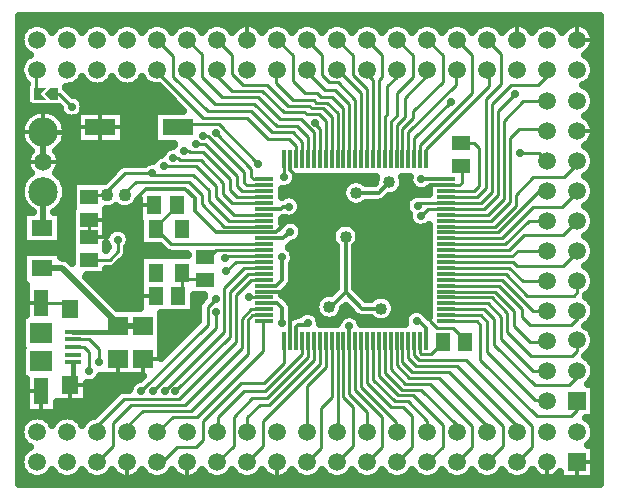
<source format=gbr>
G04 DipTrace 3.2.0.1*
G04 Âåðõíèé.gbr*
%MOMM*%
G04 #@! TF.FileFunction,Copper,L1,Top*
G04 #@! TF.Part,Single*
%AMOUTLINE3*
4,1,5,
0.0,0.50003,
0.7,0.5,
0.7,-0.5,
0.0,-0.50003,
-0.50003,0.0,
0.0,0.50003,
0*%
%AMOUTLINE6*
4,1,5,
0.89997,-0.5,
-0.2,-0.5,
-0.2,0.5,
0.89997,0.5,
0.4,0.0,
0.89997,-0.5,
0*%
G04 #@! TA.AperFunction,Conductor*
%ADD10C,0.25*%
%ADD13C,0.3*%
G04 #@! TA.AperFunction,CopperBalancing*
%ADD14C,0.33*%
G04 #@! TA.AperFunction,ViaPad*
%ADD15C,0.7*%
G04 #@! TA.AperFunction,Conductor*
%ADD16C,0.5*%
%ADD17C,0.43*%
%ADD18C,0.4*%
G04 #@! TA.AperFunction,CopperBalancing*
%ADD20C,0.635*%
%ADD25R,2.65X1.4*%
%ADD26R,1.5X1.3*%
%ADD27R,1.8X1.6*%
%ADD28R,1.3X1.5*%
%ADD31R,1.8X1.4*%
G04 #@! TA.AperFunction,ComponentPad*
%ADD32C,1.5*%
%ADD33R,1.5X1.5*%
%ADD34C,2.5*%
%ADD36R,1.35X0.4*%
%ADD37R,1.4X1.6*%
%ADD38R,1.3X2.3*%
%ADD39R,1.9X1.8*%
%ADD41R,1.6X0.3*%
%ADD42R,0.3X1.6*%
G04 #@! TA.AperFunction,ComponentPad*
%ADD46C,1.1*%
%ADD47R,1.3X1.6*%
G04 #@! TA.AperFunction,ViaPad*
%ADD48C,1.016*%
%ADD50C,1.0*%
%ADD98OUTLINE3*%
%ADD101OUTLINE6*%
%FSLAX35Y35*%
G04*
G71*
G90*
G75*
G01*
G04 Top*
%LPD*%
X3182000Y2784000D2*
D13*
X3282000D1*
D14*
X3332000Y2834000D1*
Y3024000D1*
X3550000Y2470000D2*
X3530000Y2450000D1*
X3470000D1*
X3452000Y2432000D1*
D13*
Y2314000D1*
X4472000Y2484000D2*
D14*
X4492000D1*
D13*
X4552000Y2424000D1*
Y2314000D1*
X4722000Y3684000D2*
X4512000D1*
X3400000Y3240000D2*
D14*
X3344000Y3184000D1*
X3278500D1*
D13*
X3182000D1*
Y3434000D2*
X3322000D1*
D14*
X3342000Y3454000D1*
X3392000D1*
X3352000Y3854000D2*
D10*
Y3704000D1*
X3732000Y2604000D2*
D14*
X3744000D1*
X3870000Y2730000D1*
Y3200000D1*
X3960000Y3570000D2*
X4150000D1*
X4240000Y3660000D1*
X3870000Y2730000D2*
X4010000Y2590000D1*
X4170000D1*
X3182000Y2634000D2*
D13*
X3292000D1*
D14*
X3332000Y2594000D1*
Y2464000D1*
X3052000Y2684000D2*
D10*
X3182000D1*
X3402000Y3854000D2*
D13*
Y3764000D1*
X3462000Y3704000D1*
X3602000D1*
D14*
Y3552000D1*
X3358000Y3308000D1*
D13*
X3284000Y3234000D1*
X3182000D1*
Y2734000D2*
X3278500D1*
D14*
X3402000D1*
X3432000Y2704000D1*
Y2564000D1*
X3402000Y2534000D1*
Y2410500D1*
D13*
Y2314000D1*
X4722000Y3634000D2*
X4582000D1*
X4542000Y3594000D1*
X4372000D1*
D14*
X4208000Y3430000D1*
X3602000D1*
Y3552000D1*
X4722000Y3634000D2*
D10*
X4832000D1*
X4852000Y3654000D1*
Y3798000D1*
X4850000Y3800000D1*
X1312000Y4084000D2*
D16*
Y3834000D1*
X4882000Y2304000D2*
D10*
Y2324000D1*
X4782000Y2424000D1*
X4642000D1*
X4582000Y2484000D1*
Y2534000D1*
X4192000Y2924000D1*
Y3446000D1*
X4208000Y3430000D1*
X3402000Y3784000D2*
D14*
Y3854000D1*
X1562000Y2134000D2*
D17*
Y1966500D1*
X1539500Y1944000D1*
X2262000Y2694000D2*
D14*
X2146000D1*
X2112000Y2728000D1*
Y3344000D1*
Y3478787D1*
Y3534000D1*
X2182000Y3604000D1*
X2512000D1*
X2592000Y3524000D1*
Y3414000D1*
X2772000Y3234000D1*
X3182000D1*
X2112000Y3478787D2*
D10*
X2237213D1*
X2252000Y3464000D1*
X1702000Y3344000D2*
X2112000D1*
X1702000D2*
Y3194000D1*
X1312000Y4084000D2*
Y4080000D1*
X1578360D1*
Y4130000D1*
X1786000D1*
X1792000Y4124000D1*
X1312000Y4084000D2*
Y4252000D1*
X1340000Y4280000D1*
X1400000D1*
X1510000Y4170000D1*
D18*
Y3874703D1*
Y3850000D1*
D10*
X1490000Y3830000D1*
X1316000D1*
X1312000Y3834000D1*
X1792000Y4124000D2*
D14*
X1596000D1*
X1570000Y4150000D1*
Y4190000D1*
X1700000Y4320000D1*
X2010000D1*
X2050000Y4280000D1*
Y3930000D1*
X2020000Y3900000D1*
X1535297D1*
X1510000Y3874703D1*
X1294500Y2639000D2*
D10*
X1484500D1*
X1539500Y2584000D1*
X1312000Y3580000D2*
D16*
Y3282000D1*
X1300000Y3270000D1*
X3182000Y3134000D2*
D10*
X2392000D1*
X2262000Y3264000D1*
Y3284000D1*
X2442000Y3464000D1*
X4722000Y2734000D2*
X5136000D1*
X5300000Y2570000D1*
Y2440000D1*
X5430000Y2310000D1*
X5571000D1*
X5577000Y2316000D1*
X1562000Y2394000D2*
D18*
X1892000D1*
X1942000Y2444000D1*
D16*
X2152000D1*
X2132000D1*
Y2414000D1*
X1300000Y2930000D2*
X1470000D1*
X1942000Y2458000D1*
Y2444000D1*
X3182000Y3084000D2*
D10*
X2772000D1*
X2712000Y3024000D1*
X2682000D1*
X1852000Y3554000D2*
Y3584000D1*
X2002000Y3734000D1*
X2232000D1*
Y3724000D1*
X2582000D1*
X2712000Y3594000D1*
Y3504000D1*
X2882000Y3334000D1*
X3182000D1*
X1852000Y3554000D2*
X1722000D1*
X1702000Y3534000D1*
X3352000Y2314000D2*
Y2132000D1*
X3180000Y1960000D1*
X2988000D1*
X2662000Y1634000D1*
Y1474000D1*
X2602000Y1414000D1*
X2442000D1*
X2318000Y1290000D1*
X2275000D1*
X3182000Y3384000D2*
X2922000D1*
X2772000Y3534000D1*
Y3624000D1*
X2602000Y3794000D1*
X2332000D1*
X3182000Y3484000D2*
X2912000D1*
X2832000Y3564000D1*
Y3654000D1*
X2642000Y3844000D1*
X2472000D1*
X2452000Y3864000D1*
X2412000D1*
X3182000Y3534000D2*
X2952000D1*
X2892000Y3594000D1*
Y3684000D1*
X2662000Y3914000D1*
X2552000D1*
X2542000Y3924000D1*
X2502000D1*
X2682000Y2834000D2*
Y2844000D1*
X2502000D1*
X2492000Y2854000D1*
Y2884000D1*
X2482000Y2894000D1*
Y2694000D1*
X2452000D1*
X3182000Y3034000D2*
X2872000D1*
X2852000Y3014000D1*
X2772000Y2674000D2*
X2702000Y2604000D1*
Y2452000D1*
X2140000Y1890000D1*
X2452000Y4124000D2*
X2542000D1*
X2568000Y4150000D1*
X2796000D1*
X3132000Y3814000D1*
X3182000Y2984000D2*
X2942000D1*
X2862000Y2904000D1*
X2772000Y2564000D2*
Y2422000D1*
X2240000Y1890000D1*
X3182000Y2934000D2*
X3012000D1*
X2842000Y2764000D1*
Y2392000D1*
X2340000Y1890000D1*
X3182000Y2884000D2*
X3042000D1*
X2892000Y2734000D1*
Y2352000D1*
X2430000Y1890000D1*
X3182000Y2834000D2*
X3072000D1*
X2942000Y2704000D1*
Y2304000D1*
X2462000Y1824000D1*
X1992000D1*
X1767000Y1599000D1*
Y1544000D1*
X3182000Y2584000D2*
X3072000D1*
X2992000Y2504000D1*
Y2254000D1*
X2512000Y1774000D1*
X2052000D1*
X1902000Y1624000D1*
Y1425000D1*
X1767000Y1290000D1*
X3182000Y2534000D2*
X3082000D1*
X3042000Y2494000D1*
Y2204000D1*
X2562000Y1724000D1*
X2152000D1*
X2021000Y1593000D1*
Y1544000D1*
X3182000Y2484000D2*
X3172000D1*
Y2234000D1*
X2612000Y1674000D1*
X2405000D1*
X2275000Y1544000D1*
X3182000Y3584000D2*
X2992000D1*
X2952000Y3624000D1*
Y3714000D1*
X2682000Y3984000D1*
X2602000D1*
X3182000Y3634000D2*
X3032000D1*
X3012000Y3654000D1*
Y3744000D1*
X2702000Y4054000D1*
X2662000D1*
X3182000Y3684000D2*
X3092000D1*
X3072000Y3704000D1*
Y3774000D1*
X2772000Y4074000D1*
X4502000Y2314000D2*
Y2214000D1*
X4512000Y2204000D1*
X4592000D1*
X4692000Y2304000D1*
X4352000Y3854000D2*
Y4114000D1*
X4440000Y4202000D1*
Y4260000D1*
X4692000Y4512000D1*
Y4735003D1*
X4561003Y4866000D1*
X4402000Y3854000D2*
Y4084000D1*
X4802000Y4484000D1*
Y4599000D1*
X4815000Y4612000D1*
X4722000Y3234000D2*
X5164000D1*
X5520000Y3590000D1*
X5573000D1*
X5577000Y3586000D1*
X4202000Y3854000D2*
Y4214000D1*
X4222000Y4234000D1*
Y4474000D1*
X4302000Y4554000D1*
Y4607000D1*
X4307000Y4612000D1*
X4722000Y3134000D2*
X5224000D1*
X5420000Y3330000D1*
X5575000D1*
X5577000Y3332000D1*
X3752000Y3854000D2*
Y4214000D1*
X3682000Y4284000D1*
X3582000D1*
X3562000Y4304000D1*
X3386000D1*
X3206000Y4484000D1*
X3002000D1*
X2912000Y4574000D1*
Y4736997D1*
X2782997Y4866000D1*
X3452000Y3854000D2*
Y3964000D1*
X3392000Y4024000D1*
X3216000D1*
X3036000Y4204000D1*
X2666000D1*
X2282000Y4588000D1*
Y4605000D1*
X2275000Y4612000D1*
X3502000Y3854000D2*
Y4004000D1*
X3422000Y4084000D1*
X3246000D1*
X3066000Y4264000D1*
X2702000D1*
X2412000Y4554000D1*
Y4729000D1*
X2275000Y4866000D1*
X3552000Y3854000D2*
Y4044000D1*
X3462000Y4134000D1*
X3286000D1*
X3096000Y4324000D1*
X2762000D1*
X2529000Y4557000D1*
Y4612000D1*
X3602000Y3854000D2*
Y4084000D1*
X3492000Y4194000D1*
X3316000D1*
X3126000Y4384000D1*
X2822000D1*
X2652000Y4554000D1*
Y4743000D1*
X2529000Y4866000D1*
X3652000Y3854000D2*
Y4114000D1*
X3622000Y4144000D1*
X3612000Y4164000D1*
X4722000Y3034000D2*
X5282000D1*
X5328000Y3080000D1*
X5575000D1*
X5577000Y3078000D1*
X3802000Y3854000D2*
Y4244000D1*
X3712000Y4334000D1*
X3622000D1*
X3602000Y4354000D1*
X3426000D1*
X3282000Y4498000D1*
Y4612000D1*
X3291000D1*
X3852000Y3854000D2*
Y4284000D1*
X3752000Y4384000D1*
X3662000D1*
X3632000Y4414000D1*
X3526000D1*
X3422000Y4518000D1*
Y4735000D1*
X3291000Y4866000D1*
X4552000Y3854000D2*
Y3944000D1*
X5082000Y4474000D1*
Y4599000D1*
X5069000Y4612000D1*
X4722000Y3534000D2*
X4984000D1*
X5060000Y3610000D1*
Y4362000D1*
X5190000Y4492000D1*
Y4745000D1*
X5069000Y4866000D1*
X3902000Y3854000D2*
Y4324000D1*
X3782000Y4444000D1*
X3692000D1*
X3542000Y4594000D1*
Y4609000D1*
X3545000Y4612000D1*
X3952000Y3854000D2*
Y4354000D1*
X3802000Y4504000D1*
X3732000D1*
X3672000Y4564000D1*
Y4739000D1*
X3545000Y4866000D1*
X4002000Y3854000D2*
Y4414000D1*
X3792000Y4624000D1*
Y4619003D1*
X3799003Y4612000D1*
X4052000Y3854000D2*
Y4448000D1*
X3932000Y4568000D1*
Y4733003D1*
X3799003Y4866000D1*
X4102000Y3854000D2*
Y4524000D1*
X4062000Y4564000D1*
Y4612000D1*
X4053000D1*
X4152000Y3854000D2*
Y4524000D1*
X4182000Y4554000D1*
Y4737000D1*
X4053000Y4866000D1*
X4252000Y3854000D2*
Y4174000D1*
X4302000Y4224000D1*
Y4412000D1*
X4440000Y4550000D1*
Y4733000D1*
X4307000Y4866000D1*
X4302000Y3854000D2*
Y4144000D1*
X4372000Y4214000D1*
Y4374000D1*
X4562000Y4564000D1*
Y4611003D1*
X4561003Y4612000D1*
X4502000Y3854000D2*
Y3974000D1*
X4942000Y4414000D1*
Y4739000D1*
X4815000Y4866000D1*
X4722000Y2934000D2*
X5256000D1*
X5370000Y2820000D1*
X5580000D1*
Y2821000D1*
X4722000Y3584000D2*
X4954000D1*
X5000000Y3630000D1*
Y3950000D1*
X4960000Y3990000D1*
X4850000D1*
X4722000Y3484000D2*
X5014000D1*
X5110000Y3580000D1*
Y4322000D1*
X5272000Y4484000D1*
X5502000D1*
X5577000Y4559000D1*
Y4612000D1*
X4722000Y3484000D2*
X4480000D1*
Y3460000D1*
X1562000Y2264000D2*
X1656000D1*
X1700000Y2220000D1*
Y2060000D1*
X4722000Y3434000D2*
X5044000D1*
X5160000Y3550000D1*
Y4262000D1*
X5302000Y4404000D1*
X1562000Y2329000D2*
Y2334000D1*
X1696000D1*
X1780000Y2250000D1*
Y2140000D1*
X4722000Y3434000D2*
X4564000D1*
X4505000Y3375000D1*
X4722000Y2484000D2*
X4982000D1*
X5012000Y2454000D1*
Y2158000D1*
X5490000Y1680000D1*
X5780000D1*
X5831000Y1731000D1*
Y1808000D1*
X4722000Y2834000D2*
X5196000D1*
X5460000Y2570000D1*
X5577000D1*
X4722000Y2634000D2*
X5076000D1*
X5190000Y2520000D1*
Y2330000D1*
X5458000Y2062000D1*
X5577000D1*
X4722000Y2584000D2*
X5046000D1*
X5130000Y2500000D1*
Y2280000D1*
X5470000Y1940000D1*
X5760000D1*
X5831000Y2011000D1*
Y2062000D1*
X1259003Y4612000D2*
X1272000D1*
Y4644000D1*
X1252000D1*
Y4602000D1*
X1249997Y4599997D1*
Y4410000D1*
X1370000D2*
X1440000D1*
X1550000Y4300000D1*
X2002000Y3554000D2*
Y3574000D1*
X2092000Y3664000D1*
X2542000D1*
X2652000Y3554000D1*
Y3474000D1*
X2842000Y3284000D1*
X3182000D1*
X1702000Y3004000D2*
X1872000D1*
X1942000Y3074000D1*
Y3174000D1*
X3502000Y2314000D2*
Y2204000D1*
X3192000Y1894000D1*
X3012000D1*
X2792000Y1674000D1*
Y1553000D1*
X2783000Y1544000D1*
X3552000Y2314000D2*
Y2182000D1*
X3204000Y1834000D1*
X3082000D1*
X2922000Y1674000D1*
Y1429000D1*
X2783000Y1290000D1*
X3602000Y2314000D2*
Y2152000D1*
X3224000Y1774000D1*
X3142000D1*
X3037000Y1669000D1*
Y1544000D1*
X3652000Y2314000D2*
Y2122000D1*
X3172000Y1642000D1*
Y1425000D1*
X3037000Y1290000D1*
X3702000Y2314000D2*
Y2092000D1*
X3542000Y1932000D1*
Y1547000D1*
X3545000Y1544000D1*
X3752000Y2314000D2*
Y1842000D1*
X3662000Y1752000D1*
Y1407000D1*
X3545000Y1290000D1*
X3802000Y2314000D2*
Y1544000D1*
X3799000D1*
X3852000Y2314000D2*
Y1838000D1*
X3932000Y1758000D1*
Y1423000D1*
X3799000Y1290000D1*
X3902000Y2314000D2*
Y1868000D1*
X4052000Y1718000D1*
Y1545000D1*
X4053000Y1544000D1*
X3902000Y2314000D2*
D13*
Y2410500D1*
D14*
Y2441000D1*
X3952000Y2314000D2*
D10*
Y1898000D1*
X4180000Y1670000D1*
Y1417000D1*
X4053000Y1290000D1*
X4002000Y2314000D2*
Y1928000D1*
X4300000Y1630000D1*
Y1544000D1*
X4307000D1*
X4052000Y2314000D2*
Y1958000D1*
X4256000Y1754000D1*
X4356000D1*
X4432000Y1678000D1*
Y1415000D1*
X4307000Y1290000D1*
X4102000Y2314000D2*
Y1988000D1*
X4286000Y1804000D1*
X4396000D1*
X4561000Y1639000D1*
Y1544000D1*
X4152000Y2314000D2*
Y2018000D1*
X4316000Y1854000D1*
X4442000D1*
X4692000Y1604000D1*
Y1421000D1*
X4561000Y1290000D1*
X4202000Y2314000D2*
Y2048000D1*
X4346000Y1904000D1*
X4512000D1*
X4812000Y1604000D1*
Y1547000D1*
X4815000Y1544000D1*
X4252000Y2314000D2*
Y2078000D1*
X4376000Y1954000D1*
X4582000D1*
X4942000Y1594000D1*
Y1417000D1*
X4815000Y1290000D1*
X4302000Y2314000D2*
Y2108000D1*
X4406000Y2004000D1*
X4662000D1*
X5062000Y1604000D1*
Y1551000D1*
X5069000Y1544000D1*
X4352000Y2314000D2*
Y2138000D1*
X4436000Y2054000D1*
X4742000D1*
X5202000Y1594000D1*
Y1423000D1*
X5069000Y1290000D1*
X4402000Y2314000D2*
Y2168000D1*
X4466000Y2104000D1*
X4812000D1*
X5322000Y1594000D1*
Y1545000D1*
X5323000Y1544000D1*
X4452000Y2314000D2*
Y2194000D1*
X4492000Y2154000D1*
X4892000D1*
X5452000Y1594000D1*
Y1419000D1*
X5323000Y1290000D1*
X4722000Y2684000D2*
X5106000D1*
X5240000Y2550000D1*
Y2390000D1*
X5440000Y2190000D1*
X5790000D1*
X5832000Y2232000D1*
Y2322000D1*
X4722000Y2534000D2*
X5016000D1*
X5070000Y2480000D1*
Y2220000D1*
X5470000Y1820000D1*
X5570000D1*
Y1815000D1*
X5577000Y1808000D1*
X4722000Y3384000D2*
X5074000D1*
X5210000Y3520000D1*
Y4182000D1*
X5376000Y4348000D1*
X5577000D1*
X4722000Y3334000D2*
X5104000D1*
X5260000Y3490000D1*
Y4032000D1*
X5342000Y4114000D1*
X5557000D1*
X5577000Y4094000D1*
X4722000Y3284000D2*
X5134000D1*
X5310000Y3460000D1*
Y3550000D1*
X5460000Y3700000D1*
X5720000D1*
X5831000Y3811000D1*
Y3840000D1*
X4452000Y3854000D2*
Y4032000D1*
X4760000Y4340000D1*
X5350000Y3910000D2*
X5507000D1*
X5577000Y3840000D1*
X4722000Y3184000D2*
X5194000D1*
X5460000Y3450000D1*
X5700000D1*
X5831000Y3581000D1*
Y3586000D1*
X4722000Y3084000D2*
X5254000D1*
X5380000Y3210000D1*
X5709000D1*
X5831000Y3332000D1*
X4722000Y2984000D2*
X5286000D1*
X5320000Y2950000D1*
X5710000D1*
X5831000Y3071000D1*
Y3078000D1*
X4722000Y2884000D2*
X5226000D1*
X5410000Y2700000D1*
X5800000D1*
X5831000Y2731000D1*
Y2824000D1*
X4722000Y2784000D2*
X5166000D1*
X5360000Y2590000D1*
Y2520000D1*
X5430000Y2450000D1*
X5780000D1*
X5840000Y2510000D1*
Y2561000D1*
X5831000Y2570000D1*
X3702000Y3854000D2*
Y4174000D1*
X3642000Y4234000D1*
X3542000D1*
X3522000Y4254000D1*
X3346000D1*
X3166000Y4434000D1*
X2912000D1*
X2782997Y4563003D1*
Y4612000D1*
D15*
X3550000Y2470000D3*
X4472000Y2484000D3*
X4512000Y3684000D3*
X3400000Y3240000D3*
X3392000Y3454000D3*
X4512000Y3684000D3*
D48*
X3732000Y2604000D3*
X3870000Y3200000D3*
X3960000Y3570000D3*
X4240000Y3660000D3*
X4170000Y2590000D3*
D3*
D15*
X3332000Y2464000D3*
X3052000Y2684000D3*
D48*
X2132000Y2414000D3*
D15*
X2232000Y3734000D3*
X2332000Y3794000D3*
X2412000Y3864000D3*
X2502000Y3924000D3*
X2772000Y2674000D3*
X2140000Y1890000D3*
X3132000Y3814000D3*
D3*
X2862000Y2904000D3*
X2772000Y2564000D3*
X2240000Y1890000D3*
X2340000D3*
X2430000D3*
X2602000Y3984000D3*
X2662000Y4054000D3*
X2772000Y4074000D3*
X4480000Y3460000D3*
X1700000Y2060000D3*
X5302000Y4404000D3*
X1780000Y2140000D3*
X4505000Y3375000D3*
X1550000Y4300000D3*
X1942000Y3174000D3*
X3902000Y2441000D3*
D3*
X4760000Y4340000D3*
X5350000Y3910000D3*
D48*
X1120000Y2260000D3*
X1130000Y1880000D3*
X1920000Y2000000D3*
X2640000Y2670000D3*
D15*
X2852000Y3014000D3*
X3332000Y3024000D3*
X3352000Y3704000D3*
X3612000Y4164000D3*
D50*
X4122000Y3014000D3*
X3454457Y3669083D2*
D20*
X3889373D1*
X4030587D2*
X4115870D1*
X4364090D2*
X4404437D1*
X3387373Y3605917D2*
X3841157D1*
X4351330D2*
X4439530D1*
X3449170Y3542750D2*
X3838787D1*
X4260367D2*
X4413553D1*
X3497387Y3479583D2*
X3877707D1*
X4042347D2*
X4373267D1*
X3493467Y3416417D2*
X4381103D1*
X3415990Y3353250D2*
X4398697D1*
X3495563Y3290083D2*
X3787290D1*
X3952750D2*
X4441627D1*
X3507777Y3226917D2*
X3748643D1*
X3991303D2*
X4568317D1*
X3474507Y3163750D2*
X3751287D1*
X3988753D2*
X4568317D1*
X3406147Y3100583D2*
X3779817D1*
X3960133D2*
X4568317D1*
X3439780Y3037417D2*
X3779817D1*
X3960133D2*
X4568317D1*
X3427750Y2974250D2*
X3779817D1*
X3960133D2*
X4568317D1*
X3422100Y2911083D2*
X3779817D1*
X3960133D2*
X4568317D1*
X3422100Y2847917D2*
X3779817D1*
X3960133D2*
X4568317D1*
X3406147Y2784750D2*
X3779817D1*
X3960133D2*
X4568317D1*
X3344260Y2721583D2*
X3714737D1*
X4003243D2*
X4568317D1*
X3392477Y2658417D2*
X3620857D1*
X4272580D2*
X4568317D1*
X3422100Y2595250D2*
X3607913D1*
X3860053D2*
X3879893D1*
X4294363D2*
X4568317D1*
X3422100Y2532083D2*
X3446777D1*
X4279233D2*
X4375363D1*
X3658623Y2468917D2*
X3797223D1*
X4006800D2*
X4364517D1*
X3433973Y3015973D2*
X3431463Y3000120D1*
X3426503Y2984857D1*
X3419217Y2970553D1*
X3415783Y2965413D1*
X3415533Y2827427D1*
X3413477Y2814440D1*
X3409413Y2801933D1*
X3403443Y2790220D1*
X3395713Y2779583D1*
X3341250Y2724750D1*
X3329307Y2714913D1*
X3330040Y2708657D1*
X3341250Y2701787D1*
X3351250Y2693250D1*
X3395713Y2648417D1*
X3403443Y2637780D1*
X3409413Y2626067D1*
X3413477Y2613560D1*
X3415533Y2600573D1*
X3415790Y2522633D1*
X3419540Y2516870D1*
X3431960Y2524657D1*
X3444107Y2529690D1*
X3456893Y2532760D1*
X3470027Y2533790D1*
X3483567Y2547783D1*
X3496553Y2557217D1*
X3510857Y2564503D1*
X3526120Y2569463D1*
X3541973Y2571973D1*
X3558027D1*
X3573880Y2569463D1*
X3589143Y2564503D1*
X3603447Y2557217D1*
X3616433Y2547783D1*
X3627783Y2536433D1*
X3637217Y2523447D1*
X3644503Y2509143D1*
X3649463Y2493880D1*
X3651973Y2478027D1*
X3651897Y2461320D1*
X3784290Y2461200D1*
X3801780Y2461290D1*
X3804717Y2472610D1*
X3810860Y2487440D1*
X3819247Y2501123D1*
X3829670Y2513330D1*
X3841877Y2523753D1*
X3855560Y2532140D1*
X3870390Y2538283D1*
X3885997Y2542030D1*
X3902000Y2543290D1*
X3918003Y2542030D1*
X3933610Y2538283D1*
X3950547Y2530960D1*
X3977910Y2512600D1*
X3974330Y2513330D1*
X3984753Y2501123D1*
X3993140Y2487440D1*
X3999283Y2472610D1*
X4002180Y2461280D1*
X4334290Y2461290D1*
X4372197D1*
X4370027Y2475973D1*
Y2492027D1*
X4372537Y2507880D1*
X4377497Y2523143D1*
X4384783Y2537447D1*
X4394217Y2550433D1*
X4405567Y2561783D1*
X4418553Y2571217D1*
X4432857Y2578503D1*
X4448120Y2583463D1*
X4463973Y2585973D1*
X4480027D1*
X4495880Y2583463D1*
X4511143Y2578503D1*
X4525447Y2571217D1*
X4538433Y2561783D1*
X4549783Y2550433D1*
X4559217Y2537447D1*
X4564180Y2528187D1*
X4574710Y2518377D1*
Y2716290D1*
X4574800Y2866290D1*
X4574710Y3016290D1*
Y3300187D1*
X4565123Y3292247D1*
X4551440Y3283860D1*
X4536610Y3277717D1*
X4521003Y3273970D1*
X4505000Y3272710D1*
X4488997Y3273970D1*
X4473390Y3277717D1*
X4458560Y3283860D1*
X4444877Y3292247D1*
X4432670Y3302670D1*
X4422247Y3314877D1*
X4413860Y3328560D1*
X4407717Y3343390D1*
X4403970Y3358997D1*
X4402710Y3375000D1*
X4404060Y3391463D1*
X4392783Y3406553D1*
X4385497Y3420857D1*
X4380537Y3436120D1*
X4378027Y3451973D1*
Y3468027D1*
X4380537Y3483880D1*
X4385497Y3499143D1*
X4392783Y3513447D1*
X4402217Y3526433D1*
X4413567Y3537783D1*
X4426553Y3547217D1*
X4440857Y3554503D1*
X4461373Y3561587D1*
X4473740Y3563543D1*
X4574700Y3563790D1*
X4574710Y3601643D1*
X4572123Y3601247D1*
X4558440Y3592860D1*
X4543610Y3586717D1*
X4528003Y3582970D1*
X4512000Y3581710D1*
X4495997Y3582970D1*
X4480390Y3586717D1*
X4465560Y3592860D1*
X4451877Y3601247D1*
X4439670Y3611670D1*
X4429247Y3623877D1*
X4420860Y3637560D1*
X4414717Y3652390D1*
X4410970Y3667997D1*
X4409710Y3684000D1*
X4410970Y3700003D1*
X4412297Y3706680D1*
X4348470Y3706710D1*
X4354827Y3687567D1*
X4357727Y3669267D1*
Y3650733D1*
X4354827Y3632433D1*
X4349100Y3614810D1*
X4340687Y3598297D1*
X4329797Y3583307D1*
X4316693Y3570203D1*
X4301703Y3559313D1*
X4285190Y3550900D1*
X4267567Y3545173D1*
X4249267Y3542273D1*
X4240397Y3541927D1*
X4204417Y3506287D1*
X4193780Y3498557D1*
X4182067Y3492587D1*
X4169560Y3488523D1*
X4156573Y3486467D1*
X4043267Y3486210D1*
X4029410Y3474463D1*
X4013613Y3464780D1*
X3996493Y3457690D1*
X3978473Y3453363D1*
X3960000Y3451910D1*
X3941527Y3453363D1*
X3923507Y3457690D1*
X3906387Y3464780D1*
X3890590Y3474463D1*
X3876497Y3486497D1*
X3864463Y3500590D1*
X3854780Y3516387D1*
X3847690Y3533507D1*
X3843363Y3551527D1*
X3841910Y3570000D1*
X3843363Y3588473D1*
X3847690Y3606493D1*
X3854780Y3623613D1*
X3864463Y3639410D1*
X3876497Y3653503D1*
X3890590Y3665537D1*
X3906387Y3675220D1*
X3923507Y3682310D1*
X3941527Y3686637D1*
X3960000Y3688090D1*
X3978473Y3686637D1*
X3996493Y3682310D1*
X4013613Y3675220D1*
X4029410Y3665537D1*
X4043210Y3653773D1*
X4115220Y3653790D1*
X4122273Y3669267D1*
X4125173Y3687567D1*
X4131613Y3706737D1*
X3454173Y3706710D1*
X3453973Y3695973D1*
X3451463Y3680120D1*
X3446503Y3664857D1*
X3439217Y3650553D1*
X3429783Y3637567D1*
X3418433Y3626217D1*
X3405447Y3616783D1*
X3391143Y3609497D1*
X3375880Y3604537D1*
X3360027Y3602027D1*
X3343973D1*
X3329320Y3604297D1*
X3329290Y3536850D1*
X3352857Y3548503D1*
X3368120Y3553463D1*
X3383973Y3555973D1*
X3400027D1*
X3415880Y3553463D1*
X3431143Y3548503D1*
X3445447Y3541217D1*
X3458433Y3531783D1*
X3469783Y3520433D1*
X3479217Y3507447D1*
X3486503Y3493143D1*
X3491463Y3477880D1*
X3493973Y3462027D1*
Y3445973D1*
X3491463Y3430120D1*
X3486503Y3414857D1*
X3479217Y3400553D1*
X3469783Y3387567D1*
X3458433Y3376217D1*
X3445447Y3366783D1*
X3431143Y3359497D1*
X3415880Y3354537D1*
X3400027Y3352027D1*
X3383973D1*
X3368120Y3354537D1*
X3357123Y3357923D1*
X3341560Y3352523D1*
X3329313Y3350557D1*
X3329290Y3313880D1*
X3339877Y3322753D1*
X3353560Y3331140D1*
X3368390Y3337283D1*
X3383997Y3341030D1*
X3400000Y3342290D1*
X3416003Y3341030D1*
X3431610Y3337283D1*
X3446440Y3331140D1*
X3460123Y3322753D1*
X3472330Y3312330D1*
X3482753Y3300123D1*
X3491140Y3286440D1*
X3497283Y3271610D1*
X3501030Y3256003D1*
X3502290Y3240000D1*
X3501030Y3223997D1*
X3497283Y3208390D1*
X3491140Y3193560D1*
X3482753Y3179877D1*
X3472330Y3167670D1*
X3460123Y3157247D1*
X3446440Y3148860D1*
X3431610Y3142717D1*
X3417817Y3139330D1*
X3398417Y3120287D1*
X3387757Y3112543D1*
X3392123Y3106753D1*
X3404330Y3096330D1*
X3414753Y3084123D1*
X3423140Y3070440D1*
X3429283Y3055610D1*
X3433030Y3040003D1*
X3434290Y3024000D1*
X3433973Y3015973D1*
X4572690Y3601693D2*
X4558440Y3592860D1*
X4543610Y3586717D1*
X4528003Y3582970D1*
X4512000Y3581710D1*
X4495997Y3582970D1*
X4480390Y3586717D1*
X4465560Y3592860D1*
X4451877Y3601247D1*
X4439670Y3611670D1*
X4429247Y3623877D1*
X4420860Y3637560D1*
X4414717Y3652390D1*
X4410970Y3667997D1*
X4409710Y3684000D1*
X4410970Y3700003D1*
X4412297Y3706680D1*
X4086790Y2673773D2*
X4100590Y2685537D1*
X4116387Y2695220D1*
X4133507Y2702310D1*
X4151527Y2706637D1*
X4170000Y2708090D1*
X4188473Y2706637D1*
X4206493Y2702310D1*
X4223613Y2695220D1*
X4239410Y2685537D1*
X4253503Y2673503D1*
X4265537Y2659410D1*
X4275220Y2643613D1*
X4282310Y2626493D1*
X4286637Y2608473D1*
X4288090Y2590000D1*
X4286637Y2571527D1*
X4282310Y2553507D1*
X4275220Y2536387D1*
X4265537Y2520590D1*
X4253503Y2506497D1*
X4239410Y2494463D1*
X4223613Y2484780D1*
X4206493Y2477690D1*
X4188473Y2473363D1*
X4170000Y2471910D1*
X4151527Y2473363D1*
X4133507Y2477690D1*
X4116387Y2484780D1*
X4100590Y2494463D1*
X4086790Y2506227D1*
X3801820Y2461280D2*
X3804717Y2472610D1*
X3810860Y2487440D1*
X3819247Y2501123D1*
X3829670Y2513330D1*
X3841877Y2523753D1*
X3855560Y2532140D1*
X3870390Y2538283D1*
X3885997Y2542030D1*
X3902000Y2543290D1*
X3918003Y2542030D1*
X3933610Y2538283D1*
X3950547Y2530960D1*
X3870020Y2611523D1*
X3849397Y2590897D1*
X3846827Y2576433D1*
X3841100Y2558810D1*
X3832687Y2542297D1*
X3821797Y2527307D1*
X3808693Y2514203D1*
X3793703Y2503313D1*
X3777190Y2494900D1*
X3759567Y2489173D1*
X3741267Y2486273D1*
X3722733D1*
X3704433Y2489173D1*
X3686810Y2494900D1*
X3670297Y2503313D1*
X3655307Y2514203D1*
X3642203Y2527307D1*
X3631313Y2542297D1*
X3622900Y2558810D1*
X3617173Y2576433D1*
X3614273Y2594733D1*
Y2613267D1*
X3617173Y2631567D1*
X3622900Y2649190D1*
X3631313Y2665703D1*
X3642203Y2680693D1*
X3655307Y2693797D1*
X3670297Y2704687D1*
X3686810Y2713100D1*
X3704433Y2718827D1*
X3722733Y2721727D1*
X3743027Y2721517D1*
X3786260Y2764757D1*
X3786210Y3116733D1*
X3774463Y3130590D1*
X3764780Y3146387D1*
X3757690Y3163507D1*
X3753363Y3181527D1*
X3751910Y3200000D1*
X3753363Y3218473D1*
X3757690Y3236493D1*
X3764780Y3253613D1*
X3774463Y3269410D1*
X3786497Y3283503D1*
X3800590Y3295537D1*
X3816387Y3305220D1*
X3833507Y3312310D1*
X3851527Y3316637D1*
X3870000Y3318090D1*
X3888473Y3316637D1*
X3906493Y3312310D1*
X3923613Y3305220D1*
X3939410Y3295537D1*
X3953503Y3283503D1*
X3965537Y3269410D1*
X3975220Y3253613D1*
X3982310Y3236493D1*
X3986637Y3218473D1*
X3988090Y3200000D1*
X3986637Y3181527D1*
X3982310Y3163507D1*
X3975220Y3146387D1*
X3965537Y3130590D1*
X3953773Y3116790D1*
X3953790Y2764780D1*
X4044680Y2673820D1*
X4086837Y2673790D1*
X4100590Y2685537D1*
X4116387Y2695220D1*
X4133507Y2702310D1*
X4151527Y2706637D1*
X4170000Y2708090D1*
X4188473Y2706637D1*
X4206493Y2702310D1*
X4223613Y2695220D1*
X4239410Y2685537D1*
X4253503Y2673503D1*
X4265537Y2659410D1*
X4275220Y2643613D1*
X4282310Y2626493D1*
X4286637Y2608473D1*
X4288090Y2590000D1*
X4286637Y2571527D1*
X4282310Y2553507D1*
X4275220Y2536387D1*
X4265537Y2520590D1*
X4253503Y2506497D1*
X4239410Y2494463D1*
X4223613Y2484780D1*
X4206493Y2477690D1*
X4188473Y2473363D1*
X4170000Y2471910D1*
X4151527Y2473363D1*
X4133507Y2477690D1*
X4116387Y2484780D1*
X4100590Y2494463D1*
X4086790Y2506227D1*
X4003427Y2506467D1*
X3990440Y2508523D1*
X3977933Y2512587D1*
X3972370Y2515140D1*
X3979783Y2507433D1*
X3989217Y2494447D1*
X3996503Y2480143D1*
X4001463Y2464880D1*
X4002180Y2461280D1*
X1108147Y5005083D2*
X1222593D1*
X1295360D2*
X1476617D1*
X1549383D2*
X1730640D1*
X1803407D2*
X1984573D1*
X2057430D2*
X2238597D1*
X2311363D2*
X2492620D1*
X2565387D2*
X2746643D1*
X2819410D2*
X3000577D1*
X3073433D2*
X3254600D1*
X3327363D2*
X3508623D1*
X3581387D2*
X3762647D1*
X3835410D2*
X4016580D1*
X4089343D2*
X4270603D1*
X4343367D2*
X4524627D1*
X4597390D2*
X4778650D1*
X4851413D2*
X5032580D1*
X5105347D2*
X5286603D1*
X5359370D2*
X5540627D1*
X5613393D2*
X5794650D1*
X5867417D2*
X6021877D1*
X1108147Y4941917D2*
X1132323D1*
X5957650D2*
X6021877D1*
X5979070Y4878750D2*
X6021877D1*
X5970410Y4815583D2*
X6021877D1*
X1108147Y4752417D2*
X1166903D1*
X5923017D2*
X6021877D1*
X1108147Y4689250D2*
X1133233D1*
X5956830D2*
X6021877D1*
X5978980Y4626083D2*
X6021877D1*
X5970867Y4562917D2*
X6021877D1*
X1108147Y4499750D2*
X1163897D1*
X1606803D2*
X1673220D1*
X1860827D2*
X1927243D1*
X2114760D2*
X2181173D1*
X5924837D2*
X6021877D1*
X1108147Y4436583D2*
X1156330D1*
X1532613D2*
X2314247D1*
X5948720D2*
X6021877D1*
X1108147Y4373417D2*
X1156330D1*
X1627587D2*
X2377413D1*
X5977337D2*
X6021877D1*
X1108147Y4310250D2*
X1178297D1*
X1658120D2*
X2440577D1*
X5974513D2*
X6021877D1*
X1108147Y4247083D2*
X1203727D1*
X1420230D2*
X1456110D1*
X1998183D2*
X2245887D1*
X5937690D2*
X6021877D1*
X1108147Y4183917D2*
X1141430D1*
X1482663D2*
X1585900D1*
X1998183D2*
X2245887D1*
X5947623D2*
X6021877D1*
X1507090Y4120750D2*
X1585900D1*
X1998183D2*
X2245887D1*
X5977063D2*
X6021877D1*
X1508823Y4057583D2*
X1585900D1*
X1998183D2*
X2245887D1*
X5974877D2*
X6021877D1*
X1108147Y3994417D2*
X1135420D1*
X1488497D2*
X1585900D1*
X1998183D2*
X2245887D1*
X5938967D2*
X6021877D1*
X1108147Y3931250D2*
X1188870D1*
X1435177D2*
X2328557D1*
X5946530D2*
X6021877D1*
X1108147Y3868083D2*
X1167543D1*
X1456503D2*
X2255093D1*
X5976883D2*
X6021877D1*
X1108147Y3804917D2*
X1166357D1*
X1457600D2*
X1959053D1*
X5975243D2*
X6021877D1*
X1108147Y3741750D2*
X1197347D1*
X1426700D2*
X1890603D1*
X5940243D2*
X6021877D1*
X1108147Y3678583D2*
X1140520D1*
X1483483D2*
X1827437D1*
X3457430D2*
X3907203D1*
X4012780D2*
X4117020D1*
X4362963D2*
X4403493D1*
X5945437D2*
X6021877D1*
X1507363Y3615417D2*
X1553363D1*
X3409487D2*
X3844677D1*
X4355670D2*
X4429743D1*
X5976610D2*
X6021877D1*
X1508640Y3552250D2*
X1553363D1*
X3335660D2*
X3357127D1*
X3426803D2*
X3836930D1*
X4294697D2*
X4429470D1*
X5975607D2*
X6021877D1*
X1108147Y3489083D2*
X1136147D1*
X1487767D2*
X1553363D1*
X3494433D2*
X3867647D1*
X4178120D2*
X4375603D1*
X5941517D2*
X6021877D1*
X1108147Y3425917D2*
X1190603D1*
X1433353D2*
X1548350D1*
X1850620D2*
X2113363D1*
X3496713D2*
X4377243D1*
X5944253D2*
X6021877D1*
X1108147Y3362750D2*
X1136330D1*
X1463613D2*
X1546437D1*
X1850620D2*
X2113363D1*
X3444577D2*
X4397113D1*
X5976243D2*
X6021877D1*
X1108147Y3299583D2*
X1136330D1*
X1463613D2*
X1546437D1*
X1850620D2*
X2123387D1*
X3489513D2*
X3800197D1*
X3939863D2*
X4429560D1*
X5975880D2*
X6021877D1*
X1108147Y3236417D2*
X1136330D1*
X1463613D2*
X1546437D1*
X2029357D2*
X2123387D1*
X3508563D2*
X3751343D1*
X3988720D2*
X4568377D1*
X5942793D2*
X6021877D1*
X1108147Y3173250D2*
X1136330D1*
X1463613D2*
X1546437D1*
X2050593D2*
X2123387D1*
X3483863D2*
X3748610D1*
X3991363D2*
X4568377D1*
X5943067D2*
X6021877D1*
X1108147Y3110083D2*
X1546437D1*
X2028170D2*
X2296747D1*
X3393627D2*
X3779873D1*
X3960100D2*
X4568377D1*
X5975970D2*
X6021877D1*
X1108147Y3046917D2*
X1136330D1*
X1463613D2*
X1546437D1*
X2023433D2*
X2533363D1*
X3438017D2*
X3779873D1*
X3960100D2*
X4568377D1*
X5976243D2*
X6021877D1*
X1108147Y2983750D2*
X1136330D1*
X1970933D2*
X2123387D1*
X3432363D2*
X3779873D1*
X3960100D2*
X4568377D1*
X5943980D2*
X6021877D1*
X1108147Y2920583D2*
X1136330D1*
X1850620D2*
X2123387D1*
X3422157D2*
X3779873D1*
X3960100D2*
X4568377D1*
X5941883D2*
X6021877D1*
X1108147Y2857417D2*
X1136330D1*
X1685190D2*
X2123387D1*
X3422157D2*
X3779873D1*
X3960100D2*
X4568377D1*
X5975697D2*
X6021877D1*
X1108147Y2794250D2*
X1136330D1*
X1742613D2*
X2123387D1*
X3412130D2*
X3779873D1*
X3960100D2*
X4568377D1*
X5976517D2*
X6021877D1*
X1108147Y2731083D2*
X1155877D1*
X1805777D2*
X2123387D1*
X3353887D2*
X3746240D1*
X3993730D2*
X4568377D1*
X5945073D2*
X6021877D1*
X1108147Y2667917D2*
X1155877D1*
X1868940D2*
X2123387D1*
X2590633D2*
X2646747D1*
X3382963D2*
X3626383D1*
X4265073D2*
X4568377D1*
X5940607D2*
X6021877D1*
X1108147Y2604750D2*
X1155877D1*
X1932103D2*
X2123387D1*
X2590633D2*
X2615850D1*
X3421427D2*
X3607607D1*
X4293510D2*
X4568377D1*
X5975333D2*
X6021877D1*
X1108147Y2541583D2*
X1155877D1*
X2315647D2*
X2615850D1*
X3422157D2*
X3470613D1*
X3838600D2*
X3877033D1*
X4284030D2*
X4381070D1*
X5976790D2*
X6021877D1*
X2315647Y2478417D2*
X2609197D1*
X3658313D2*
X3800470D1*
X4003577D2*
X4124950D1*
X4215033D2*
X4363480D1*
X5946257D2*
X6021877D1*
X2315647Y2415250D2*
X2546030D1*
X5945803D2*
X6021877D1*
X2315647Y2352083D2*
X2482867D1*
X5977430D2*
X6021877D1*
X2315647Y2288917D2*
X2419703D1*
X5976700D2*
X6021877D1*
X2315647Y2225750D2*
X2356540D1*
X5943160D2*
X6021877D1*
X5937963Y2162583D2*
X6021877D1*
X5974603Y2099417D2*
X6021877D1*
X5977247Y2036250D2*
X6021877D1*
X1108147Y1973083D2*
X1155877D1*
X1760293D2*
X2073987D1*
X5948447D2*
X6021877D1*
X1108147Y1909917D2*
X1155877D1*
X1683183D2*
X2033337D1*
X5979617D2*
X6021877D1*
X1108147Y1846750D2*
X1155877D1*
X1683183D2*
X1895523D1*
X5979617D2*
X6021877D1*
X1108147Y1783583D2*
X1155877D1*
X1433170D2*
X1832360D1*
X5979617D2*
X6021877D1*
X1108147Y1720417D2*
X1155877D1*
X1433170D2*
X1769197D1*
X5979617D2*
X6021877D1*
X1108147Y1657250D2*
X1166540D1*
X1351503D2*
X1420470D1*
X1605530D2*
X1674497D1*
X5924473D2*
X6021877D1*
X5971503Y1594083D2*
X6021877D1*
X5980073Y1530917D2*
X6021877D1*
X1108147Y1467750D2*
X1132507D1*
X5958470D2*
X6021877D1*
X1108147Y1404583D2*
X1168270D1*
X5980620D2*
X6021877D1*
X5980620Y1341417D2*
X6021877D1*
X5980620Y1278250D2*
X6021877D1*
X1108147Y1215083D2*
X1131597D1*
X5980620D2*
X6021877D1*
X1108147Y1151917D2*
X1218310D1*
X1299733D2*
X1472333D1*
X1553667D2*
X1726267D1*
X1807690D2*
X1980290D1*
X2061713D2*
X2234313D1*
X2315737D2*
X2488337D1*
X2569670D2*
X2742270D1*
X2823693D2*
X2996293D1*
X3077717D2*
X3250317D1*
X3331647D2*
X3504340D1*
X3585670D2*
X3758270D1*
X3839697D2*
X4012293D1*
X4093720D2*
X4266317D1*
X4347650D2*
X4520340D1*
X4601673D2*
X4774273D1*
X4855697D2*
X5028297D1*
X5109720D2*
X5282320D1*
X5363653D2*
X5536343D1*
X5617677D2*
X5683363D1*
X5980620D2*
X6021877D1*
X2275543Y4261290D2*
X2495843D1*
X2287010Y4470150D1*
X2263837D1*
X2241783Y4473640D1*
X2220547Y4480540D1*
X2200653Y4490677D1*
X2182590Y4503803D1*
X2166803Y4519590D1*
X2153677Y4537653D1*
X2147783Y4547403D1*
X2136120Y4528363D1*
X2121617Y4511387D1*
X2104640Y4496883D1*
X2085600Y4485220D1*
X2064973Y4476673D1*
X2043263Y4471463D1*
X2021003Y4469710D1*
X1998743Y4471463D1*
X1977033Y4476673D1*
X1956407Y4485220D1*
X1937367Y4496883D1*
X1920390Y4511387D1*
X1905887Y4528363D1*
X1894020Y4547837D1*
X1882117Y4528363D1*
X1867613Y4511387D1*
X1850637Y4496883D1*
X1831597Y4485220D1*
X1810970Y4476673D1*
X1789260Y4471463D1*
X1767000Y4469710D1*
X1744740Y4471463D1*
X1723030Y4476673D1*
X1702403Y4485220D1*
X1683363Y4496883D1*
X1666387Y4511387D1*
X1651883Y4528363D1*
X1640017Y4547837D1*
X1628117Y4528363D1*
X1613613Y4511387D1*
X1596637Y4496883D1*
X1577597Y4485220D1*
X1556970Y4476673D1*
X1535260Y4471463D1*
X1513000Y4469710D1*
X1506590Y4469963D1*
X1507290Y4455533D1*
X1561193Y4401647D1*
X1573880Y4399463D1*
X1589143Y4394503D1*
X1603447Y4387217D1*
X1616433Y4377783D1*
X1627783Y4366433D1*
X1637217Y4353447D1*
X1644503Y4339143D1*
X1649463Y4323880D1*
X1651973Y4308027D1*
Y4291973D1*
X1649463Y4276120D1*
X1644667Y4261297D1*
X1991790Y4261290D1*
Y3986710D1*
X1592210D1*
Y4206827D1*
X1573880Y4200537D1*
X1558027Y4198027D1*
X1541973D1*
X1526120Y4200537D1*
X1510857Y4205497D1*
X1496553Y4212783D1*
X1483567Y4222217D1*
X1472217Y4233567D1*
X1462783Y4246553D1*
X1455497Y4260857D1*
X1450537Y4276120D1*
X1448407Y4288767D1*
X1440003Y4292710D1*
X1364720Y4292913D1*
X1350517Y4293537D1*
X1339970Y4292710D1*
X1224717Y4292917D1*
X1214287Y4294570D1*
X1204247Y4297833D1*
X1194837Y4302627D1*
X1186297Y4308833D1*
X1178830Y4316300D1*
X1172623Y4324840D1*
X1167830Y4334250D1*
X1164567Y4344290D1*
X1162913Y4354720D1*
X1162707Y4460000D1*
X1163537Y4470527D1*
X1166000Y4480793D1*
X1170050Y4490567D1*
X1166593Y4503803D1*
X1150807Y4519590D1*
X1137680Y4537653D1*
X1127543Y4557547D1*
X1120643Y4578783D1*
X1117153Y4600837D1*
Y4623163D1*
X1120643Y4645217D1*
X1127543Y4666453D1*
X1137680Y4686347D1*
X1150807Y4704410D1*
X1166593Y4720197D1*
X1184657Y4733323D1*
X1194407Y4739220D1*
X1175367Y4750883D1*
X1158390Y4765387D1*
X1143887Y4782363D1*
X1132223Y4801403D1*
X1123677Y4822030D1*
X1118467Y4843740D1*
X1116713Y4866000D1*
X1118467Y4888260D1*
X1123677Y4909970D1*
X1132223Y4930597D1*
X1143887Y4949637D1*
X1158390Y4966613D1*
X1175367Y4981117D1*
X1194407Y4992780D1*
X1215033Y5001327D1*
X1236743Y5006537D1*
X1259003Y5008290D1*
X1281263Y5006537D1*
X1302973Y5001327D1*
X1323600Y4992780D1*
X1342640Y4981117D1*
X1359617Y4966613D1*
X1374120Y4949637D1*
X1385987Y4930163D1*
X1397883Y4949637D1*
X1412387Y4966613D1*
X1429363Y4981117D1*
X1448403Y4992780D1*
X1469030Y5001327D1*
X1490740Y5006537D1*
X1513000Y5008290D1*
X1535260Y5006537D1*
X1556970Y5001327D1*
X1577597Y4992780D1*
X1596637Y4981117D1*
X1613613Y4966613D1*
X1628117Y4949637D1*
X1639983Y4930163D1*
X1651883Y4949637D1*
X1666387Y4966613D1*
X1683363Y4981117D1*
X1702403Y4992780D1*
X1723030Y5001327D1*
X1744740Y5006537D1*
X1767000Y5008290D1*
X1789260Y5006537D1*
X1810970Y5001327D1*
X1831597Y4992780D1*
X1850637Y4981117D1*
X1867613Y4966613D1*
X1882117Y4949637D1*
X1893983Y4930163D1*
X1905887Y4949637D1*
X1920390Y4966613D1*
X1937367Y4981117D1*
X1956407Y4992780D1*
X1977033Y5001327D1*
X1998743Y5006537D1*
X2021003Y5008290D1*
X2043263Y5006537D1*
X2064973Y5001327D1*
X2085600Y4992780D1*
X2104640Y4981117D1*
X2121617Y4966613D1*
X2136120Y4949637D1*
X2147987Y4930163D1*
X2159883Y4949637D1*
X2174387Y4966613D1*
X2191363Y4981117D1*
X2210403Y4992780D1*
X2231030Y5001327D1*
X2252740Y5006537D1*
X2275000Y5008290D1*
X2297260Y5006537D1*
X2318970Y5001327D1*
X2339597Y4992780D1*
X2358637Y4981117D1*
X2375613Y4966613D1*
X2390117Y4949637D1*
X2401983Y4930163D1*
X2413883Y4949637D1*
X2428387Y4966613D1*
X2445363Y4981117D1*
X2464403Y4992780D1*
X2485030Y5001327D1*
X2506740Y5006537D1*
X2529000Y5008290D1*
X2551260Y5006537D1*
X2572970Y5001327D1*
X2593597Y4992780D1*
X2612637Y4981117D1*
X2629613Y4966613D1*
X2644117Y4949637D1*
X2655983Y4930163D1*
X2667880Y4949637D1*
X2682383Y4966613D1*
X2699360Y4981117D1*
X2718400Y4992780D1*
X2739027Y5001327D1*
X2760737Y5006537D1*
X2782997Y5008290D1*
X2805257Y5006537D1*
X2826967Y5001327D1*
X2847593Y4992780D1*
X2866633Y4981117D1*
X2883610Y4966613D1*
X2898113Y4949637D1*
X2909980Y4930163D1*
X2919343Y4946020D1*
X2930820Y4960723D1*
X2944123Y4973800D1*
X2959023Y4985020D1*
X2975263Y4994200D1*
X2992563Y5001173D1*
X3010627Y5005823D1*
X3029143Y5008073D1*
X3047797Y5007880D1*
X3066263Y5005247D1*
X3084227Y5000223D1*
X3101380Y4992893D1*
X3117427Y4983380D1*
X3132090Y4971850D1*
X3145120Y4958503D1*
X3156290Y4943563D1*
X3163990Y4930150D1*
X3175883Y4949637D1*
X3190387Y4966613D1*
X3207363Y4981117D1*
X3226403Y4992780D1*
X3247030Y5001327D1*
X3268740Y5006537D1*
X3291000Y5008290D1*
X3313260Y5006537D1*
X3334970Y5001327D1*
X3355597Y4992780D1*
X3374637Y4981117D1*
X3391613Y4966613D1*
X3406117Y4949637D1*
X3417983Y4930163D1*
X3429883Y4949637D1*
X3444387Y4966613D1*
X3461363Y4981117D1*
X3480403Y4992780D1*
X3501030Y5001327D1*
X3522740Y5006537D1*
X3545000Y5008290D1*
X3567260Y5006537D1*
X3588970Y5001327D1*
X3609597Y4992780D1*
X3628637Y4981117D1*
X3645613Y4966613D1*
X3660117Y4949637D1*
X3671983Y4930163D1*
X3683887Y4949637D1*
X3698390Y4966613D1*
X3715367Y4981117D1*
X3734407Y4992780D1*
X3755033Y5001327D1*
X3776743Y5006537D1*
X3799003Y5008290D1*
X3821263Y5006537D1*
X3842973Y5001327D1*
X3863600Y4992780D1*
X3882640Y4981117D1*
X3899617Y4966613D1*
X3914120Y4949637D1*
X3925987Y4930163D1*
X3937883Y4949637D1*
X3952387Y4966613D1*
X3969363Y4981117D1*
X3988403Y4992780D1*
X4009030Y5001327D1*
X4030740Y5006537D1*
X4053000Y5008290D1*
X4075260Y5006537D1*
X4096970Y5001327D1*
X4117597Y4992780D1*
X4136637Y4981117D1*
X4153613Y4966613D1*
X4168117Y4949637D1*
X4179983Y4930163D1*
X4191883Y4949637D1*
X4206387Y4966613D1*
X4223363Y4981117D1*
X4242403Y4992780D1*
X4263030Y5001327D1*
X4284740Y5006537D1*
X4307000Y5008290D1*
X4329260Y5006537D1*
X4350970Y5001327D1*
X4371597Y4992780D1*
X4390637Y4981117D1*
X4407613Y4966613D1*
X4422117Y4949637D1*
X4433983Y4930163D1*
X4445887Y4949637D1*
X4460390Y4966613D1*
X4477367Y4981117D1*
X4496407Y4992780D1*
X4517033Y5001327D1*
X4538743Y5006537D1*
X4561003Y5008290D1*
X4583263Y5006537D1*
X4604973Y5001327D1*
X4625600Y4992780D1*
X4644640Y4981117D1*
X4661617Y4966613D1*
X4676120Y4949637D1*
X4687987Y4930163D1*
X4699883Y4949637D1*
X4714387Y4966613D1*
X4731363Y4981117D1*
X4750403Y4992780D1*
X4771030Y5001327D1*
X4792740Y5006537D1*
X4815000Y5008290D1*
X4837260Y5006537D1*
X4858970Y5001327D1*
X4879597Y4992780D1*
X4898637Y4981117D1*
X4915613Y4966613D1*
X4930117Y4949637D1*
X4941983Y4930163D1*
X4953883Y4949637D1*
X4968387Y4966613D1*
X4985363Y4981117D1*
X5004403Y4992780D1*
X5025030Y5001327D1*
X5046740Y5006537D1*
X5069000Y5008290D1*
X5091260Y5006537D1*
X5112970Y5001327D1*
X5133597Y4992780D1*
X5152637Y4981117D1*
X5169613Y4966613D1*
X5184117Y4949637D1*
X5195983Y4930163D1*
X5205347Y4946020D1*
X5216823Y4960723D1*
X5230127Y4973800D1*
X5245027Y4985020D1*
X5261267Y4994200D1*
X5278567Y5001173D1*
X5296630Y5005823D1*
X5315147Y5008073D1*
X5333800Y5007880D1*
X5352267Y5005247D1*
X5370230Y5000223D1*
X5387383Y4992893D1*
X5403430Y4983380D1*
X5418093Y4971850D1*
X5431123Y4958503D1*
X5442293Y4943563D1*
X5449993Y4930150D1*
X5461883Y4949637D1*
X5476387Y4966613D1*
X5493363Y4981117D1*
X5512403Y4992780D1*
X5533030Y5001327D1*
X5554740Y5006537D1*
X5577000Y5008290D1*
X5599260Y5006537D1*
X5620970Y5001327D1*
X5641597Y4992780D1*
X5660637Y4981117D1*
X5677613Y4966613D1*
X5692117Y4949637D1*
X5703983Y4930163D1*
X5713343Y4946020D1*
X5724820Y4960723D1*
X5738123Y4973800D1*
X5753023Y4985020D1*
X5769263Y4994200D1*
X5786563Y5001173D1*
X5804627Y5005823D1*
X5823143Y5008073D1*
X5841797Y5007880D1*
X5860263Y5005247D1*
X5878227Y5000223D1*
X5895380Y4992893D1*
X5911427Y4983380D1*
X5926090Y4971850D1*
X5939120Y4958503D1*
X5950290Y4943563D1*
X5959410Y4927293D1*
X5966327Y4909970D1*
X5970913Y4891890D1*
X5973100Y4873363D1*
X5972983Y4856673D1*
X5970543Y4838180D1*
X5965707Y4820167D1*
X5958553Y4802937D1*
X5949207Y4786793D1*
X5937830Y4772013D1*
X5924617Y4758847D1*
X5909797Y4747520D1*
X5895163Y4739017D1*
X5914637Y4727117D1*
X5931613Y4712613D1*
X5946117Y4695637D1*
X5957780Y4676597D1*
X5966327Y4655970D1*
X5971537Y4634260D1*
X5973290Y4612000D1*
X5971537Y4589740D1*
X5966327Y4568030D1*
X5957780Y4547403D1*
X5946117Y4528363D1*
X5931613Y4511387D1*
X5914637Y4496883D1*
X5895597Y4485220D1*
X5884020Y4480013D1*
X5895597Y4474780D1*
X5914637Y4463117D1*
X5931613Y4448613D1*
X5946117Y4431637D1*
X5957780Y4412597D1*
X5966327Y4391970D1*
X5971537Y4370260D1*
X5973290Y4348000D1*
X5971537Y4325740D1*
X5966327Y4304030D1*
X5957780Y4283403D1*
X5946117Y4264363D1*
X5931613Y4247387D1*
X5914637Y4232883D1*
X5895163Y4221017D1*
X5911427Y4211380D1*
X5926090Y4199850D1*
X5939120Y4186503D1*
X5950290Y4171563D1*
X5959410Y4155293D1*
X5966327Y4137970D1*
X5970913Y4119890D1*
X5973100Y4101363D1*
X5972983Y4084673D1*
X5970543Y4066180D1*
X5965707Y4048167D1*
X5958553Y4030937D1*
X5949207Y4014793D1*
X5937830Y4000013D1*
X5924617Y3986847D1*
X5909797Y3975520D1*
X5895163Y3967017D1*
X5914637Y3955117D1*
X5931613Y3940613D1*
X5946117Y3923637D1*
X5957780Y3904597D1*
X5966327Y3883970D1*
X5971537Y3862260D1*
X5973290Y3840000D1*
X5971537Y3817740D1*
X5966327Y3796030D1*
X5957780Y3775403D1*
X5946117Y3756363D1*
X5931613Y3739387D1*
X5914637Y3724883D1*
X5895163Y3713017D1*
X5914637Y3701117D1*
X5931613Y3686613D1*
X5946117Y3669637D1*
X5957780Y3650597D1*
X5966327Y3629970D1*
X5971537Y3608260D1*
X5973290Y3586000D1*
X5971537Y3563740D1*
X5966327Y3542030D1*
X5957780Y3521403D1*
X5946117Y3502363D1*
X5931613Y3485387D1*
X5914637Y3470883D1*
X5895163Y3459017D1*
X5914637Y3447117D1*
X5931613Y3432613D1*
X5946117Y3415637D1*
X5957780Y3396597D1*
X5966327Y3375970D1*
X5971537Y3354260D1*
X5973290Y3332000D1*
X5971537Y3309740D1*
X5966327Y3288030D1*
X5957780Y3267403D1*
X5946117Y3248363D1*
X5931613Y3231387D1*
X5914637Y3216883D1*
X5895163Y3205017D1*
X5914637Y3193117D1*
X5931613Y3178613D1*
X5946117Y3161637D1*
X5957780Y3142597D1*
X5966327Y3121970D1*
X5971537Y3100260D1*
X5973290Y3078000D1*
X5971537Y3055740D1*
X5966327Y3034030D1*
X5957780Y3013403D1*
X5946117Y2994363D1*
X5931613Y2977387D1*
X5914637Y2962883D1*
X5895163Y2951017D1*
X5914637Y2939117D1*
X5931613Y2924613D1*
X5946117Y2907637D1*
X5957780Y2888597D1*
X5966327Y2867970D1*
X5971537Y2846260D1*
X5973290Y2824000D1*
X5971537Y2801740D1*
X5966327Y2780030D1*
X5957780Y2759403D1*
X5946117Y2740363D1*
X5931613Y2723387D1*
X5914637Y2708883D1*
X5905673Y2702897D1*
X5902083Y2694753D1*
X5905347Y2691323D1*
X5923410Y2678197D1*
X5939197Y2662410D1*
X5952323Y2644347D1*
X5962460Y2624453D1*
X5969360Y2603217D1*
X5972850Y2581163D1*
Y2558837D1*
X5969360Y2536783D1*
X5962460Y2515547D1*
X5952323Y2495653D1*
X5939197Y2477590D1*
X5923410Y2461803D1*
X5905347Y2448677D1*
X5901197Y2446353D1*
X5915637Y2437117D1*
X5932613Y2422613D1*
X5947117Y2405637D1*
X5958780Y2386597D1*
X5967327Y2365970D1*
X5972537Y2344260D1*
X5974290Y2322000D1*
X5972537Y2299740D1*
X5967327Y2278030D1*
X5958780Y2257403D1*
X5947117Y2238363D1*
X5932613Y2221387D1*
X5915637Y2206883D1*
X5905090Y2199973D1*
X5900020Y2190290D1*
X5905347Y2183323D1*
X5923410Y2170197D1*
X5939197Y2154410D1*
X5952323Y2136347D1*
X5962460Y2116453D1*
X5969360Y2095217D1*
X5972850Y2073163D1*
Y2050837D1*
X5969360Y2028783D1*
X5962460Y2007547D1*
X5952323Y1987653D1*
X5939197Y1969590D1*
X5923410Y1953803D1*
X5918990Y1950317D1*
X5973290Y1950290D1*
Y1665710D1*
X5906347Y1665323D1*
X5924410Y1652197D1*
X5940197Y1636410D1*
X5953323Y1618347D1*
X5963460Y1598453D1*
X5970360Y1577217D1*
X5973850Y1555163D1*
Y1532837D1*
X5970360Y1510783D1*
X5963460Y1489547D1*
X5953323Y1469653D1*
X5940197Y1451590D1*
X5924410Y1435803D1*
X5919990Y1432317D1*
X5974290Y1432290D1*
Y1147710D1*
X5689710D1*
Y1203143D1*
X5677440Y1189213D1*
X5663393Y1176940D1*
X5647860Y1166610D1*
X5631110Y1158400D1*
X5613433Y1152453D1*
X5595127Y1148870D1*
X5576510Y1147710D1*
X5557900Y1148997D1*
X5539620Y1152707D1*
X5521980Y1158777D1*
X5505290Y1167103D1*
X5489827Y1177540D1*
X5475867Y1189907D1*
X5463643Y1203997D1*
X5453367Y1219567D1*
X5449780Y1225403D1*
X5438117Y1206363D1*
X5423613Y1189387D1*
X5406637Y1174883D1*
X5387597Y1163220D1*
X5366970Y1154673D1*
X5345260Y1149463D1*
X5323000Y1147710D1*
X5300740Y1149463D1*
X5279030Y1154673D1*
X5258403Y1163220D1*
X5239363Y1174883D1*
X5222387Y1189387D1*
X5207883Y1206363D1*
X5196017Y1225837D1*
X5184117Y1206363D1*
X5169613Y1189387D1*
X5152637Y1174883D1*
X5133597Y1163220D1*
X5112970Y1154673D1*
X5091260Y1149463D1*
X5069000Y1147710D1*
X5046740Y1149463D1*
X5025030Y1154673D1*
X5004403Y1163220D1*
X4985363Y1174883D1*
X4968387Y1189387D1*
X4953883Y1206363D1*
X4942017Y1225837D1*
X4930117Y1206363D1*
X4915613Y1189387D1*
X4898637Y1174883D1*
X4879597Y1163220D1*
X4858970Y1154673D1*
X4837260Y1149463D1*
X4815000Y1147710D1*
X4792740Y1149463D1*
X4771030Y1154673D1*
X4750403Y1163220D1*
X4731363Y1174883D1*
X4714387Y1189387D1*
X4699883Y1206363D1*
X4688017Y1225837D1*
X4676117Y1206363D1*
X4661613Y1189387D1*
X4644637Y1174883D1*
X4625597Y1163220D1*
X4604970Y1154673D1*
X4583260Y1149463D1*
X4561000Y1147710D1*
X4538740Y1149463D1*
X4517030Y1154673D1*
X4496403Y1163220D1*
X4477363Y1174883D1*
X4460387Y1189387D1*
X4445883Y1206363D1*
X4434017Y1225837D1*
X4422117Y1206363D1*
X4407613Y1189387D1*
X4390637Y1174883D1*
X4371597Y1163220D1*
X4350970Y1154673D1*
X4329260Y1149463D1*
X4307000Y1147710D1*
X4284740Y1149463D1*
X4263030Y1154673D1*
X4242403Y1163220D1*
X4223363Y1174883D1*
X4206387Y1189387D1*
X4191883Y1206363D1*
X4180017Y1225837D1*
X4168117Y1206363D1*
X4153613Y1189387D1*
X4136637Y1174883D1*
X4117597Y1163220D1*
X4096970Y1154673D1*
X4075260Y1149463D1*
X4053000Y1147710D1*
X4030740Y1149463D1*
X4009030Y1154673D1*
X3988403Y1163220D1*
X3969363Y1174883D1*
X3952387Y1189387D1*
X3937883Y1206363D1*
X3926017Y1225837D1*
X3914117Y1206363D1*
X3899613Y1189387D1*
X3882637Y1174883D1*
X3863597Y1163220D1*
X3842970Y1154673D1*
X3821260Y1149463D1*
X3799000Y1147710D1*
X3776740Y1149463D1*
X3755030Y1154673D1*
X3734403Y1163220D1*
X3715363Y1174883D1*
X3698387Y1189387D1*
X3683883Y1206363D1*
X3672017Y1225837D1*
X3660117Y1206363D1*
X3645613Y1189387D1*
X3628637Y1174883D1*
X3609597Y1163220D1*
X3588970Y1154673D1*
X3567260Y1149463D1*
X3545000Y1147710D1*
X3522740Y1149463D1*
X3501030Y1154673D1*
X3480403Y1163220D1*
X3461363Y1174883D1*
X3444387Y1189387D1*
X3429883Y1206363D1*
X3418017Y1225837D1*
X3409207Y1210793D1*
X3397830Y1196013D1*
X3384617Y1182847D1*
X3369797Y1171520D1*
X3353620Y1162230D1*
X3336370Y1155137D1*
X3318337Y1150360D1*
X3299837Y1147983D1*
X3281183Y1148050D1*
X3262700Y1150553D1*
X3244700Y1155453D1*
X3227497Y1162667D1*
X3211387Y1172067D1*
X3196643Y1183493D1*
X3183523Y1196753D1*
X3172250Y1211613D1*
X3164010Y1225853D1*
X3152117Y1206363D1*
X3137613Y1189387D1*
X3120637Y1174883D1*
X3101597Y1163220D1*
X3080970Y1154673D1*
X3059260Y1149463D1*
X3037000Y1147710D1*
X3014740Y1149463D1*
X2993030Y1154673D1*
X2972403Y1163220D1*
X2953363Y1174883D1*
X2936387Y1189387D1*
X2921883Y1206363D1*
X2910017Y1225837D1*
X2898117Y1206363D1*
X2883613Y1189387D1*
X2866637Y1174883D1*
X2847597Y1163220D1*
X2826970Y1154673D1*
X2805260Y1149463D1*
X2783000Y1147710D1*
X2760740Y1149463D1*
X2739030Y1154673D1*
X2718403Y1163220D1*
X2699363Y1174883D1*
X2682387Y1189387D1*
X2667883Y1206363D1*
X2656017Y1225837D1*
X2647207Y1210793D1*
X2635830Y1196013D1*
X2622617Y1182847D1*
X2607797Y1171520D1*
X2591620Y1162230D1*
X2574370Y1155137D1*
X2556337Y1150360D1*
X2537837Y1147983D1*
X2519183Y1148050D1*
X2500700Y1150553D1*
X2482700Y1155453D1*
X2465497Y1162667D1*
X2449387Y1172067D1*
X2434643Y1183493D1*
X2421523Y1196753D1*
X2410250Y1211613D1*
X2402010Y1225853D1*
X2390117Y1206363D1*
X2375613Y1189387D1*
X2358637Y1174883D1*
X2339597Y1163220D1*
X2318970Y1154673D1*
X2297260Y1149463D1*
X2275000Y1147710D1*
X2252740Y1149463D1*
X2231030Y1154673D1*
X2210403Y1163220D1*
X2191363Y1174883D1*
X2174387Y1189387D1*
X2159883Y1206363D1*
X2148017Y1225837D1*
X2139207Y1210793D1*
X2127830Y1196013D1*
X2114617Y1182847D1*
X2099797Y1171520D1*
X2083620Y1162230D1*
X2066370Y1155137D1*
X2048337Y1150360D1*
X2029837Y1147983D1*
X2011183Y1148050D1*
X1992700Y1150553D1*
X1974700Y1155453D1*
X1957497Y1162667D1*
X1941387Y1172067D1*
X1926643Y1183493D1*
X1913523Y1196753D1*
X1902250Y1211613D1*
X1894010Y1225853D1*
X1882117Y1206363D1*
X1867613Y1189387D1*
X1850637Y1174883D1*
X1831597Y1163220D1*
X1810970Y1154673D1*
X1789260Y1149463D1*
X1767000Y1147710D1*
X1744740Y1149463D1*
X1723030Y1154673D1*
X1702403Y1163220D1*
X1683363Y1174883D1*
X1666387Y1189387D1*
X1651883Y1206363D1*
X1640017Y1225837D1*
X1628117Y1206363D1*
X1613613Y1189387D1*
X1596637Y1174883D1*
X1577597Y1163220D1*
X1556970Y1154673D1*
X1535260Y1149463D1*
X1513000Y1147710D1*
X1490740Y1149463D1*
X1469030Y1154673D1*
X1448403Y1163220D1*
X1429363Y1174883D1*
X1412387Y1189387D1*
X1397883Y1206363D1*
X1386017Y1225837D1*
X1374117Y1206363D1*
X1359613Y1189387D1*
X1342637Y1174883D1*
X1323597Y1163220D1*
X1302970Y1154673D1*
X1281260Y1149463D1*
X1259000Y1147710D1*
X1236740Y1149463D1*
X1215030Y1154673D1*
X1194403Y1163220D1*
X1175363Y1174883D1*
X1158387Y1189387D1*
X1143883Y1206363D1*
X1132220Y1225403D1*
X1123673Y1246030D1*
X1118463Y1267740D1*
X1116710Y1290000D1*
X1118463Y1312260D1*
X1123673Y1333970D1*
X1132220Y1354597D1*
X1143883Y1373637D1*
X1158387Y1390613D1*
X1175363Y1405117D1*
X1194837Y1416983D1*
X1175363Y1428883D1*
X1158387Y1443387D1*
X1143883Y1460363D1*
X1132220Y1479403D1*
X1123673Y1500030D1*
X1118463Y1521740D1*
X1116710Y1544000D1*
X1118463Y1566260D1*
X1123673Y1587970D1*
X1132220Y1608597D1*
X1143883Y1627637D1*
X1158387Y1644613D1*
X1175363Y1659117D1*
X1194403Y1670780D1*
X1215030Y1679327D1*
X1236740Y1684537D1*
X1259000Y1686290D1*
X1281260Y1684537D1*
X1302970Y1679327D1*
X1323597Y1670780D1*
X1342637Y1659117D1*
X1359613Y1644613D1*
X1374117Y1627637D1*
X1385983Y1608163D1*
X1397883Y1627637D1*
X1412387Y1644613D1*
X1429363Y1659117D1*
X1448403Y1670780D1*
X1469030Y1679327D1*
X1490740Y1684537D1*
X1513000Y1686290D1*
X1535260Y1684537D1*
X1556970Y1679327D1*
X1577597Y1670780D1*
X1596637Y1659117D1*
X1613613Y1644613D1*
X1628117Y1627637D1*
X1639983Y1608163D1*
X1651883Y1627637D1*
X1666387Y1644613D1*
X1683363Y1659117D1*
X1702403Y1670780D1*
X1723030Y1679327D1*
X1738450Y1683287D1*
X1940180Y1884673D1*
X1950310Y1892033D1*
X1961467Y1897717D1*
X1973373Y1901587D1*
X1985740Y1903543D1*
X2038577Y1903790D1*
X2042717Y1921610D1*
X2048860Y1936440D1*
X2057247Y1950123D1*
X2067670Y1962330D1*
X2079877Y1972753D1*
X2093560Y1981140D1*
X2108390Y1987283D1*
X2123997Y1991030D1*
X2128767Y1991593D1*
X2153893Y2016733D1*
X1792693Y2016710D1*
X1782753Y1999877D1*
X1772330Y1987670D1*
X1760123Y1977247D1*
X1746440Y1968860D1*
X1731610Y1962717D1*
X1716003Y1958970D1*
X1700000Y1957710D1*
X1683997Y1958970D1*
X1676767Y1960407D1*
X1676790Y1796710D1*
X1426777D1*
X1426790Y1706710D1*
X1162210D1*
Y1991723D1*
X1132210Y1991710D1*
Y2536290D1*
X1162197D1*
X1162210Y2792690D1*
X1142710Y2792710D1*
Y3067290D1*
X1457290D1*
Y3022353D1*
X1477240Y3022007D1*
X1491543Y3019740D1*
X1505317Y3015267D1*
X1518220Y3008690D1*
X1529937Y3000177D1*
X1552727Y2977793D1*
X1552957Y3415277D1*
X1554607Y3425700D1*
X1559707Y3439727D1*
X1559710Y3666290D1*
X1803527D1*
X1823453Y3672910D1*
X1829227Y3674060D1*
X1950180Y3794673D1*
X1960310Y3802033D1*
X1971467Y3807717D1*
X1983373Y3811587D1*
X1995740Y3813543D1*
X2167977Y3813790D1*
X2178553Y3821217D1*
X2192857Y3828503D1*
X2208120Y3833463D1*
X2223973Y3835973D1*
X2238740Y3836027D1*
X2244783Y3847447D1*
X2254217Y3860433D1*
X2265567Y3871783D1*
X2278553Y3881217D1*
X2292857Y3888503D1*
X2308120Y3893463D1*
X2314430Y3894720D1*
X2320860Y3910440D1*
X2329247Y3924123D1*
X2339670Y3936330D1*
X2351877Y3946753D1*
X2365560Y3955140D1*
X2380390Y3961283D1*
X2395997Y3965030D1*
X2408833Y3966167D1*
X2414783Y3977447D1*
X2421287Y3986710D1*
X2252210D1*
Y4261290D1*
X2275543D1*
X1844290Y3401713D2*
X1844717Y3205610D1*
X1850860Y3220440D1*
X1859247Y3234123D1*
X1869670Y3246330D1*
X1881877Y3256753D1*
X1895560Y3265140D1*
X1910390Y3271283D1*
X1925997Y3275030D1*
X1942000Y3276290D1*
X1958003Y3275030D1*
X1973610Y3271283D1*
X1988440Y3265140D1*
X2002123Y3256753D1*
X2014330Y3246330D1*
X2024753Y3234123D1*
X2033140Y3220440D1*
X2039283Y3205610D1*
X2043030Y3190003D1*
X2044290Y3174000D1*
X2043030Y3157997D1*
X2039283Y3142390D1*
X2033140Y3127560D1*
X2024753Y3113877D1*
X2021783Y3110107D1*
X2021543Y3067740D1*
X2019587Y3055373D1*
X2015717Y3043467D1*
X2010033Y3032310D1*
X2002673Y3022180D1*
X1928420Y2947580D1*
X1918900Y2939450D1*
X1908223Y2932907D1*
X1896657Y2928117D1*
X1884483Y2925193D1*
X1871977Y2924210D1*
X1844200D1*
X1844290Y2871710D1*
X1684693D1*
X1679920Y2859470D1*
X1676663Y2853850D1*
X1939167Y2591353D1*
X2129697Y2591290D1*
X2129710Y3041290D1*
X2539750D1*
X2528667Y3054210D1*
X2385740Y3054457D1*
X2373373Y3056413D1*
X2361467Y3060283D1*
X2350310Y3065967D1*
X2340180Y3073327D1*
X2296460Y3116700D1*
X2129710Y3116710D1*
Y3321697D1*
X2119710Y3321710D1*
Y3520863D1*
X2114980Y3507200D1*
X2106270Y3490103D1*
X2094990Y3474580D1*
X2081420Y3461010D1*
X2065897Y3449730D1*
X2048800Y3441020D1*
X2030547Y3435090D1*
X2011593Y3432087D1*
X1992407D1*
X1973453Y3435090D1*
X1955200Y3441020D1*
X1938103Y3449730D1*
X1927087Y3457457D1*
X1915897Y3449730D1*
X1898800Y3441020D1*
X1880547Y3435090D1*
X1861593Y3432087D1*
X1844317Y3432013D1*
X1844200Y3401710D1*
X1844290Y3143723D2*
Y3089167D1*
X1862177Y3107017D1*
X1859247Y3113877D1*
X1850860Y3127560D1*
X1844283Y3143930D1*
X2309290Y2551640D2*
Y2172147D1*
X2622187Y2485027D1*
X2622457Y2610260D1*
X2624413Y2622627D1*
X2628283Y2634533D1*
X2633967Y2645690D1*
X2641327Y2655820D1*
X2670263Y2685103D1*
X2673617Y2701713D1*
X2584303Y2701710D1*
X2584290Y2551710D1*
X2309287D1*
X1166043Y3407290D2*
X1219730D1*
X1211530Y3416047D1*
X1198973Y3424433D1*
X1187117Y3433780D1*
X1176030Y3444030D1*
X1165780Y3455117D1*
X1156433Y3466973D1*
X1148047Y3479530D1*
X1140670Y3492703D1*
X1134347Y3506413D1*
X1129120Y3520580D1*
X1125023Y3535110D1*
X1122077Y3549920D1*
X1120303Y3564913D1*
X1119710Y3580000D1*
X1120303Y3595087D1*
X1122077Y3610080D1*
X1125023Y3624890D1*
X1129120Y3639420D1*
X1134347Y3653587D1*
X1140670Y3667297D1*
X1148047Y3680470D1*
X1156433Y3693027D1*
X1165780Y3704883D1*
X1176030Y3715970D1*
X1187117Y3726220D1*
X1205300Y3739793D1*
X1193250Y3755613D1*
X1184013Y3771820D1*
X1176980Y3789097D1*
X1172267Y3807143D1*
X1169953Y3825653D1*
X1170083Y3844307D1*
X1172650Y3862783D1*
X1177613Y3880763D1*
X1184887Y3897940D1*
X1194343Y3914020D1*
X1203070Y3925537D1*
X1186590Y3938233D1*
X1169867Y3954487D1*
X1155233Y3972643D1*
X1142907Y3992440D1*
X1133067Y4013580D1*
X1125860Y4035757D1*
X1121390Y4058643D1*
X1119720Y4081903D1*
X1120880Y4105193D1*
X1124853Y4128173D1*
X1131577Y4150500D1*
X1140950Y4171850D1*
X1152843Y4191910D1*
X1167077Y4210383D1*
X1183440Y4226997D1*
X1201693Y4241507D1*
X1221570Y4253700D1*
X1242777Y4263397D1*
X1265003Y4270457D1*
X1287917Y4274777D1*
X1311187Y4276287D1*
X1334470Y4274973D1*
X1357420Y4270850D1*
X1379703Y4263977D1*
X1400993Y4254457D1*
X1420970Y4242433D1*
X1439347Y4228077D1*
X1455850Y4211603D1*
X1470240Y4193250D1*
X1482300Y4173293D1*
X1491857Y4152023D1*
X1498767Y4129750D1*
X1502933Y4106807D1*
X1504290Y4084000D1*
X1502877Y4060723D1*
X1498653Y4037790D1*
X1491690Y4015537D1*
X1482080Y3994290D1*
X1469970Y3974360D1*
X1455537Y3956043D1*
X1438993Y3939610D1*
X1420923Y3925540D1*
X1431290Y3911563D1*
X1440410Y3895293D1*
X1447327Y3877970D1*
X1451913Y3859890D1*
X1454100Y3841363D1*
X1453983Y3824673D1*
X1451543Y3806180D1*
X1446707Y3788167D1*
X1439553Y3770937D1*
X1430207Y3754793D1*
X1418770Y3739947D1*
X1436883Y3726220D1*
X1447970Y3715970D1*
X1458220Y3704883D1*
X1467567Y3693027D1*
X1475953Y3680470D1*
X1483330Y3667297D1*
X1489653Y3653587D1*
X1494880Y3639420D1*
X1498977Y3624890D1*
X1501923Y3610080D1*
X1503697Y3595087D1*
X1504290Y3580000D1*
X1503697Y3564913D1*
X1501923Y3549920D1*
X1498977Y3535110D1*
X1494880Y3520580D1*
X1489653Y3506413D1*
X1483330Y3492703D1*
X1475953Y3479530D1*
X1467567Y3466973D1*
X1458220Y3455117D1*
X1447970Y3444030D1*
X1436883Y3433780D1*
X1425027Y3424433D1*
X1404290Y3411463D1*
X1422710Y3407290D1*
X1457290D1*
Y3132710D1*
X1142710D1*
Y3407290D1*
X1166043D1*
X1162707Y4399980D2*
Y4370020D1*
X3433973Y3015973D2*
X3431463Y3000120D1*
X3426503Y2984857D1*
X3419217Y2970553D1*
X3415783Y2965413D1*
X3415533Y2827427D1*
X3413477Y2814440D1*
X3409413Y2801933D1*
X3403443Y2790220D1*
X3395713Y2779583D1*
X3341250Y2724750D1*
X3329307Y2714913D1*
X3330040Y2708657D1*
X3341250Y2701787D1*
X3351250Y2693250D1*
X3395713Y2648417D1*
X3403443Y2637780D1*
X3409413Y2626067D1*
X3413477Y2613560D1*
X3415533Y2600573D1*
X3415790Y2522633D1*
X3419540Y2516870D1*
X3431960Y2524657D1*
X3444107Y2529690D1*
X3456893Y2532760D1*
X3470027Y2533790D1*
X3483567Y2547783D1*
X3496553Y2557217D1*
X3510857Y2564503D1*
X3526120Y2569463D1*
X3541973Y2571973D1*
X3558027D1*
X3573880Y2569463D1*
X3589143Y2564503D1*
X3603447Y2557217D1*
X3616433Y2547783D1*
X3627783Y2536433D1*
X3637217Y2523447D1*
X3644503Y2509143D1*
X3649463Y2493880D1*
X3651973Y2478027D1*
X3651897Y2461320D1*
X3801780Y2461290D1*
X3804717Y2472610D1*
X3810860Y2487440D1*
X3819247Y2501123D1*
X3829670Y2513330D1*
X3841877Y2523753D1*
X3855560Y2532140D1*
X3870390Y2538283D1*
X3885997Y2542030D1*
X3902000Y2543290D1*
X3918003Y2542030D1*
X3933610Y2538283D1*
X3950547Y2530960D1*
X3977910Y2512600D1*
X3974330Y2513330D1*
X3984753Y2501123D1*
X3993140Y2487440D1*
X3999283Y2472610D1*
X4002180Y2461280D1*
X4184290Y2461290D1*
X4334290Y2461200D1*
X4372197Y2461290D1*
X4370027Y2475973D1*
Y2492027D1*
X4372537Y2507880D1*
X4377497Y2523143D1*
X4384783Y2537447D1*
X4394217Y2550433D1*
X4405567Y2561783D1*
X4418553Y2571217D1*
X4432857Y2578503D1*
X4448120Y2583463D1*
X4463973Y2585973D1*
X4480027D1*
X4495880Y2583463D1*
X4511143Y2578503D1*
X4525447Y2571217D1*
X4538433Y2561783D1*
X4549783Y2550433D1*
X4559217Y2537447D1*
X4564180Y2528187D1*
X4574710Y2518377D1*
Y2866290D1*
X4574800Y3016290D1*
X4574710Y3166290D1*
Y3300187D1*
X4565123Y3292247D1*
X4551440Y3283860D1*
X4536610Y3277717D1*
X4521003Y3273970D1*
X4505000Y3272710D1*
X4488997Y3273970D1*
X4473390Y3277717D1*
X4458560Y3283860D1*
X4444877Y3292247D1*
X4432670Y3302670D1*
X4422247Y3314877D1*
X4413860Y3328560D1*
X4407717Y3343390D1*
X4403970Y3358997D1*
X4402710Y3375000D1*
X4404060Y3391463D1*
X4392783Y3406553D1*
X4385497Y3420857D1*
X4380537Y3436120D1*
X4378027Y3451973D1*
Y3468027D1*
X4380537Y3483880D1*
X4385497Y3499143D1*
X4392783Y3513447D1*
X4402217Y3526433D1*
X4413567Y3537783D1*
X4426553Y3547217D1*
X4440857Y3554503D1*
X4461373Y3561587D1*
X4473740Y3563543D1*
X4574700Y3563790D1*
X4574710Y3601643D1*
X4572123Y3601247D1*
X4558440Y3592860D1*
X4543610Y3586717D1*
X4528003Y3582970D1*
X4512000Y3581710D1*
X4495997Y3582970D1*
X4480390Y3586717D1*
X4465560Y3592860D1*
X4451877Y3601247D1*
X4439670Y3611670D1*
X4429247Y3623877D1*
X4420860Y3637560D1*
X4414717Y3652390D1*
X4410970Y3667997D1*
X4409710Y3684000D1*
X4410970Y3700003D1*
X4412297Y3706680D1*
X4348470Y3706710D1*
X4354827Y3687567D1*
X4357727Y3669267D1*
Y3650733D1*
X4354827Y3632433D1*
X4349100Y3614810D1*
X4340687Y3598297D1*
X4329797Y3583307D1*
X4316693Y3570203D1*
X4301703Y3559313D1*
X4285190Y3550900D1*
X4267567Y3545173D1*
X4249267Y3542273D1*
X4240397Y3541927D1*
X4204417Y3506287D1*
X4193780Y3498557D1*
X4182067Y3492587D1*
X4169560Y3488523D1*
X4156573Y3486467D1*
X4043267Y3486210D1*
X4029410Y3474463D1*
X4013613Y3464780D1*
X3996493Y3457690D1*
X3978473Y3453363D1*
X3960000Y3451910D1*
X3941527Y3453363D1*
X3923507Y3457690D1*
X3906387Y3464780D1*
X3890590Y3474463D1*
X3876497Y3486497D1*
X3864463Y3500590D1*
X3854780Y3516387D1*
X3847690Y3533507D1*
X3843363Y3551527D1*
X3841910Y3570000D1*
X3843363Y3588473D1*
X3847690Y3606493D1*
X3854780Y3623613D1*
X3864463Y3639410D1*
X3876497Y3653503D1*
X3890590Y3665537D1*
X3906387Y3675220D1*
X3923507Y3682310D1*
X3941527Y3686637D1*
X3960000Y3688090D1*
X3978473Y3686637D1*
X3996493Y3682310D1*
X4013613Y3675220D1*
X4029410Y3665537D1*
X4043210Y3653773D1*
X4115220Y3653790D1*
X4122273Y3669267D1*
X4125173Y3687567D1*
X4131613Y3706737D1*
X3454267Y3706710D1*
X3453030Y3687997D1*
X3449283Y3672390D1*
X3443140Y3657560D1*
X3434753Y3643877D1*
X3424330Y3631670D1*
X3412123Y3621247D1*
X3398440Y3612860D1*
X3383610Y3606717D1*
X3368003Y3602970D1*
X3352000Y3601710D1*
X3335997Y3602970D1*
X3329320Y3604297D1*
X3329290Y3536850D1*
X3352857Y3548503D1*
X3368120Y3553463D1*
X3383973Y3555973D1*
X3400027D1*
X3415880Y3553463D1*
X3431143Y3548503D1*
X3445447Y3541217D1*
X3458433Y3531783D1*
X3469783Y3520433D1*
X3479217Y3507447D1*
X3486503Y3493143D1*
X3491463Y3477880D1*
X3493973Y3462027D1*
Y3445973D1*
X3491463Y3430120D1*
X3486503Y3414857D1*
X3479217Y3400553D1*
X3469783Y3387567D1*
X3458433Y3376217D1*
X3445447Y3366783D1*
X3431143Y3359497D1*
X3415880Y3354537D1*
X3400027Y3352027D1*
X3383973D1*
X3368120Y3354537D1*
X3357123Y3357923D1*
X3341560Y3352527D1*
X3329313Y3350557D1*
X3329290Y3313900D1*
X3339877Y3322753D1*
X3353560Y3331140D1*
X3368390Y3337283D1*
X3383997Y3341030D1*
X3400000Y3342290D1*
X3416003Y3341030D1*
X3431610Y3337283D1*
X3446440Y3331140D1*
X3460123Y3322753D1*
X3472330Y3312330D1*
X3482753Y3300123D1*
X3491140Y3286440D1*
X3497283Y3271610D1*
X3501030Y3256003D1*
X3502290Y3240000D1*
X3501030Y3223997D1*
X3497283Y3208390D1*
X3491140Y3193560D1*
X3482753Y3179877D1*
X3472330Y3167670D1*
X3460123Y3157247D1*
X3446440Y3148860D1*
X3431610Y3142717D1*
X3417817Y3139330D1*
X3398417Y3120287D1*
X3387757Y3112543D1*
X3392123Y3106753D1*
X3404330Y3096330D1*
X3414753Y3084123D1*
X3423140Y3070440D1*
X3429283Y3055610D1*
X3433030Y3040003D1*
X3434290Y3024000D1*
X3433973Y3015973D1*
X4572690Y3601693D2*
X4558440Y3592860D1*
X4543610Y3586717D1*
X4528003Y3582970D1*
X4512000Y3581710D1*
X4495997Y3582970D1*
X4480390Y3586717D1*
X4465560Y3592860D1*
X4451877Y3601247D1*
X4439670Y3611670D1*
X4429247Y3623877D1*
X4420860Y3637560D1*
X4414717Y3652390D1*
X4410970Y3667997D1*
X4409710Y3684000D1*
X4410970Y3700003D1*
X4412297Y3706680D1*
X4086790Y2673773D2*
X4100590Y2685537D1*
X4116387Y2695220D1*
X4133507Y2702310D1*
X4151527Y2706637D1*
X4170000Y2708090D1*
X4188473Y2706637D1*
X4206493Y2702310D1*
X4223613Y2695220D1*
X4239410Y2685537D1*
X4253503Y2673503D1*
X4265537Y2659410D1*
X4275220Y2643613D1*
X4282310Y2626493D1*
X4286637Y2608473D1*
X4288090Y2590000D1*
X4286637Y2571527D1*
X4282310Y2553507D1*
X4275220Y2536387D1*
X4265537Y2520590D1*
X4253503Y2506497D1*
X4239410Y2494463D1*
X4223613Y2484780D1*
X4206493Y2477690D1*
X4188473Y2473363D1*
X4170000Y2471910D1*
X4151527Y2473363D1*
X4133507Y2477690D1*
X4116387Y2484780D1*
X4100590Y2494463D1*
X4086790Y2506227D1*
X3801820Y2461280D2*
X3804717Y2472610D1*
X3810860Y2487440D1*
X3819247Y2501123D1*
X3829670Y2513330D1*
X3841877Y2523753D1*
X3855560Y2532140D1*
X3870390Y2538283D1*
X3885997Y2542030D1*
X3902000Y2543290D1*
X3918003Y2542030D1*
X3933610Y2538283D1*
X3950547Y2530960D1*
X3870020Y2611523D1*
X3849397Y2590897D1*
X3846827Y2576433D1*
X3841100Y2558810D1*
X3832687Y2542297D1*
X3821797Y2527307D1*
X3808693Y2514203D1*
X3793703Y2503313D1*
X3777190Y2494900D1*
X3759567Y2489173D1*
X3741267Y2486273D1*
X3722733D1*
X3704433Y2489173D1*
X3686810Y2494900D1*
X3670297Y2503313D1*
X3655307Y2514203D1*
X3642203Y2527307D1*
X3631313Y2542297D1*
X3622900Y2558810D1*
X3617173Y2576433D1*
X3614273Y2594733D1*
Y2613267D1*
X3617173Y2631567D1*
X3622900Y2649190D1*
X3631313Y2665703D1*
X3642203Y2680693D1*
X3655307Y2693797D1*
X3670297Y2704687D1*
X3686810Y2713100D1*
X3704433Y2718827D1*
X3722733Y2721727D1*
X3743027Y2721517D1*
X3786260Y2764757D1*
X3786210Y3116733D1*
X3774463Y3130590D1*
X3764780Y3146387D1*
X3757690Y3163507D1*
X3753363Y3181527D1*
X3751910Y3200000D1*
X3753363Y3218473D1*
X3757690Y3236493D1*
X3764780Y3253613D1*
X3774463Y3269410D1*
X3786497Y3283503D1*
X3800590Y3295537D1*
X3816387Y3305220D1*
X3833507Y3312310D1*
X3851527Y3316637D1*
X3870000Y3318090D1*
X3888473Y3316637D1*
X3906493Y3312310D1*
X3923613Y3305220D1*
X3939410Y3295537D1*
X3953503Y3283503D1*
X3965537Y3269410D1*
X3975220Y3253613D1*
X3982310Y3236493D1*
X3986637Y3218473D1*
X3988090Y3200000D1*
X3986637Y3181527D1*
X3982310Y3163507D1*
X3975220Y3146387D1*
X3965537Y3130590D1*
X3953773Y3116790D1*
X3953790Y2764780D1*
X4044677Y2673820D1*
X4086837Y2673790D1*
X4100590Y2685537D1*
X4116387Y2695220D1*
X4133507Y2702310D1*
X4151527Y2706637D1*
X4170000Y2708090D1*
X4188473Y2706637D1*
X4206493Y2702310D1*
X4223613Y2695220D1*
X4239410Y2685537D1*
X4253503Y2673503D1*
X4265537Y2659410D1*
X4275220Y2643613D1*
X4282310Y2626493D1*
X4286637Y2608473D1*
X4288090Y2590000D1*
X4286637Y2571527D1*
X4282310Y2553507D1*
X4275220Y2536387D1*
X4265537Y2520590D1*
X4253503Y2506497D1*
X4239410Y2494463D1*
X4223613Y2484780D1*
X4206493Y2477690D1*
X4188473Y2473363D1*
X4170000Y2471910D1*
X4151527Y2473363D1*
X4133507Y2477690D1*
X4116387Y2484780D1*
X4100590Y2494463D1*
X4086790Y2506227D1*
X4003427Y2506467D1*
X3990440Y2508523D1*
X3977933Y2512587D1*
X3972370Y2515140D1*
X3979783Y2507433D1*
X3989217Y2494447D1*
X3996503Y2480143D1*
X4001463Y2464880D1*
X4002180Y2461280D1*
X6028190Y5068250D2*
X1101757D1*
X1101750Y1101707D1*
X6028243Y1101750D1*
X6028250Y5068293D1*
X1792000Y4261200D2*
D14*
Y3986800D1*
X1592300Y4124000D2*
X1991700D1*
X1702000Y3344000D2*
X1844200D1*
X1702000Y3194000D2*
X1844200D1*
X1942000Y2164000D2*
Y2016800D1*
X2152000Y2164000D2*
Y2016800D1*
Y2164000D2*
X2309200D1*
X2119800Y3464000D2*
X2252000D1*
X2129803Y2694000D2*
X2262000D1*
X2021000Y1290000D2*
Y1147800D1*
X2529000Y1290000D2*
Y1147800D1*
X3291000Y1290000D2*
Y1147800D1*
X5577000Y1290000D2*
Y1147800D1*
X5832000Y1290000D2*
Y1147800D1*
Y1290000D2*
X5974200D1*
X5831000Y4094000D2*
X5973200D1*
X3037000Y5008200D2*
Y4866000D1*
X5323003Y5008200D2*
Y4866000D1*
X5831000Y5008200D2*
Y4866000D1*
X5973200D1*
X1312000Y4276200D2*
Y4084000D1*
X1119800D2*
X1504200D1*
X1169800Y3834000D2*
X1454200D1*
X1539500Y1944000D2*
Y1796800D1*
Y1944000D2*
X1676700D1*
X1162300Y2639000D2*
X1294500D1*
Y1889000D2*
Y1706800D1*
X1162300Y1889000D2*
X1294500D1*
D25*
X2452000Y4124000D3*
X1792000D3*
D26*
X1702000Y3344000D3*
Y3534000D3*
Y3194000D3*
Y3004000D3*
D27*
X1942000Y2444000D3*
Y2164000D3*
X2152000Y2444000D3*
Y2164000D3*
D28*
X2442000Y3464000D3*
X2252000D3*
X2452000Y2694000D3*
X2262000D3*
X4882000Y2304000D3*
X4692000D3*
D26*
X4850000Y3990000D3*
Y3800000D3*
D31*
X1300000Y2930000D3*
Y3270000D3*
D32*
X1259000Y1290000D3*
Y1544000D3*
X1513000Y1290000D3*
Y1544000D3*
X1767000Y1290000D3*
Y1544000D3*
X2021000Y1290000D3*
Y1544000D3*
X2275000Y1290000D3*
Y1544000D3*
X2529000Y1290000D3*
Y1544000D3*
X2783000Y1290000D3*
Y1544000D3*
X3037000Y1290000D3*
Y1544000D3*
X3291000Y1290000D3*
Y1544000D3*
X3545000Y1290000D3*
Y1544000D3*
X3799000Y1290000D3*
Y1544000D3*
X4053000Y1290000D3*
Y1544000D3*
X4307000Y1290000D3*
Y1544000D3*
X4561000Y1290000D3*
Y1544000D3*
X4815000Y1290000D3*
Y1544000D3*
X5069000Y1290000D3*
Y1544000D3*
X5323000Y1290000D3*
Y1544000D3*
X5577000Y1290000D3*
Y1544000D3*
D33*
X5832000Y1290000D3*
D32*
Y1544000D3*
D33*
X5831000Y1808000D3*
D32*
X5577000D3*
X5831000Y2062000D3*
X5577000D3*
Y2316000D3*
X5831000Y2570000D3*
X5577000D3*
X5831000Y2824000D3*
X5577000D3*
X5831000Y3078000D3*
X5577000D3*
X5831000Y3332000D3*
X5577000D3*
X5831000Y3586000D3*
X5577000D3*
X5831000Y3840000D3*
X5577000D3*
X5831000Y4094000D3*
X5577000D3*
X5831000Y4348000D3*
X5577000D3*
X1259003Y4612000D3*
Y4866000D3*
X1513000Y4612000D3*
Y4866000D3*
X1767000Y4612000D3*
Y4866000D3*
X2021003Y4612000D3*
Y4866000D3*
X2275000Y4612000D3*
Y4866000D3*
X2529000Y4612000D3*
Y4866000D3*
X2782997Y4612000D3*
Y4866000D3*
X3037000Y4612000D3*
Y4866000D3*
X3291000Y4612000D3*
Y4866000D3*
X3545000Y4612000D3*
Y4866000D3*
X3799003Y4612000D3*
Y4866000D3*
X4053000Y4612000D3*
Y4866000D3*
X4307000Y4612000D3*
Y4866000D3*
X4561003Y4612000D3*
Y4866000D3*
X4815000Y4612000D3*
Y4866000D3*
X5069000Y4612000D3*
Y4866000D3*
X5323003Y4612000D3*
Y4866000D3*
X5577000Y4612000D3*
Y4866000D3*
X5831000Y4612000D3*
Y4866000D3*
D34*
X1312000Y4084000D3*
Y3580000D3*
D32*
Y3834000D3*
D36*
X1562000Y2394000D3*
Y2329000D3*
Y2264000D3*
Y2199000D3*
Y2134000D3*
D37*
X1539500Y2584000D3*
Y1944000D3*
D38*
X1294500Y2639000D3*
Y1889000D3*
D39*
Y2379000D3*
Y2149000D3*
D98*
X1370000Y4410000D3*
D101*
X1249997D3*
D32*
X5832000Y2322000D3*
D26*
X2682000Y3024000D3*
Y2834000D3*
D41*
X3182000Y3684000D3*
Y3634000D3*
Y3584000D3*
Y3534000D3*
Y3484000D3*
Y3434000D3*
Y3384000D3*
Y3334000D3*
Y3284000D3*
Y3234000D3*
Y3184000D3*
Y3134000D3*
Y3084000D3*
Y3034000D3*
Y2984000D3*
Y2934000D3*
Y2884000D3*
Y2834000D3*
Y2784000D3*
Y2734000D3*
Y2684000D3*
Y2634000D3*
Y2584000D3*
Y2534000D3*
Y2484000D3*
D42*
X3352000Y2314000D3*
X3402000D3*
X3452000D3*
X3502000D3*
X3552000D3*
X3602000D3*
X3652000D3*
X3702000D3*
X3752000D3*
X3802000D3*
X3852000D3*
X3902000D3*
X3952000D3*
X4002000D3*
X4052000D3*
X4102000D3*
X4152000D3*
X4202000D3*
X4252000D3*
X4302000D3*
X4352000D3*
X4402000D3*
X4452000D3*
X4502000D3*
X4552000D3*
D41*
X4722000Y2484000D3*
Y2534000D3*
Y2584000D3*
Y2634000D3*
Y2684000D3*
Y2734000D3*
Y2784000D3*
Y2834000D3*
Y2884000D3*
Y2934000D3*
Y2984000D3*
Y3034000D3*
Y3084000D3*
Y3134000D3*
Y3184000D3*
Y3234000D3*
Y3284000D3*
Y3334000D3*
Y3384000D3*
Y3434000D3*
Y3484000D3*
Y3534000D3*
Y3584000D3*
Y3634000D3*
Y3684000D3*
D42*
X4552000Y3854000D3*
X4502000D3*
X4452000D3*
X4402000D3*
X4352000D3*
X4302000D3*
X4252000D3*
X4202000D3*
X4152000D3*
X4102000D3*
X4052000D3*
X4002000D3*
X3952000D3*
X3902000D3*
X3852000D3*
X3802000D3*
X3752000D3*
X3702000D3*
X3652000D3*
X3602000D3*
X3552000D3*
X3502000D3*
X3452000D3*
X3402000D3*
X3352000D3*
D46*
X2002000Y3554000D3*
X1852000D3*
D47*
X2262000Y3264000D3*
X2482000D3*
Y2894000D3*
X2262000D3*
M02*

</source>
